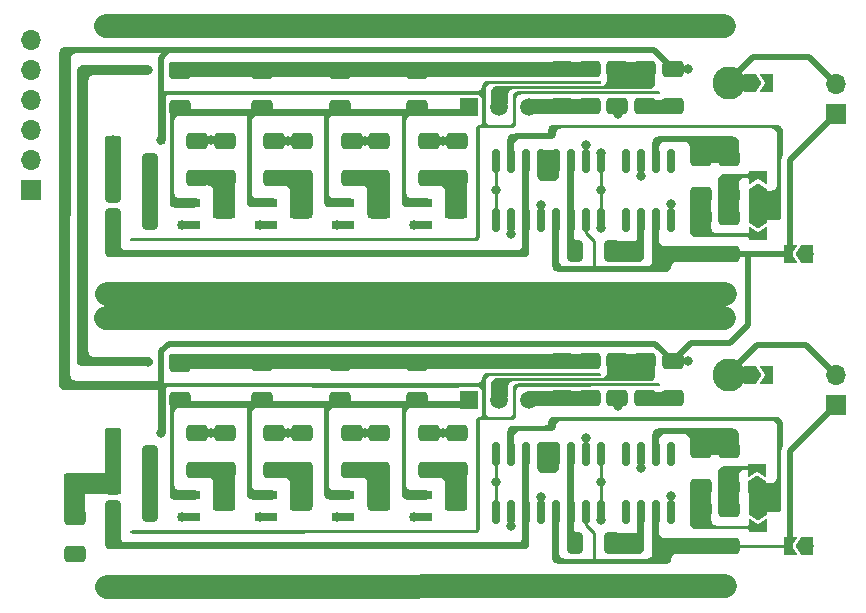
<source format=gbr>
%TF.GenerationSoftware,KiCad,Pcbnew,6.0.7-f9a2dced07~116~ubuntu20.04.1*%
%TF.CreationDate,2022-08-31T15:18:07+02:00*%
%TF.ProjectId,NVM-Amp,4e564d2d-416d-4702-9e6b-696361645f70,rev?*%
%TF.SameCoordinates,Original*%
%TF.FileFunction,Copper,L1,Top*%
%TF.FilePolarity,Positive*%
%FSLAX46Y46*%
G04 Gerber Fmt 4.6, Leading zero omitted, Abs format (unit mm)*
G04 Created by KiCad (PCBNEW 6.0.7-f9a2dced07~116~ubuntu20.04.1) date 2022-08-31 15:18:07*
%MOMM*%
%LPD*%
G01*
G04 APERTURE LIST*
G04 Aperture macros list*
%AMRoundRect*
0 Rectangle with rounded corners*
0 $1 Rounding radius*
0 $2 $3 $4 $5 $6 $7 $8 $9 X,Y pos of 4 corners*
0 Add a 4 corners polygon primitive as box body*
4,1,4,$2,$3,$4,$5,$6,$7,$8,$9,$2,$3,0*
0 Add four circle primitives for the rounded corners*
1,1,$1+$1,$2,$3*
1,1,$1+$1,$4,$5*
1,1,$1+$1,$6,$7*
1,1,$1+$1,$8,$9*
0 Add four rect primitives between the rounded corners*
20,1,$1+$1,$2,$3,$4,$5,0*
20,1,$1+$1,$4,$5,$6,$7,0*
20,1,$1+$1,$6,$7,$8,$9,0*
20,1,$1+$1,$8,$9,$2,$3,0*%
%AMFreePoly0*
4,1,6,1.000000,0.000000,0.500000,-0.750000,-0.500000,-0.750000,-0.500000,0.750000,0.500000,0.750000,1.000000,0.000000,1.000000,0.000000,$1*%
%AMFreePoly1*
4,1,6,0.500000,-0.750000,-0.650000,-0.750000,-0.150000,0.000000,-0.650000,0.750000,0.500000,0.750000,0.500000,-0.750000,0.500000,-0.750000,$1*%
G04 Aperture macros list end*
%TA.AperFunction,SMDPad,CuDef*%
%ADD10RoundRect,0.250000X-0.650000X0.412500X-0.650000X-0.412500X0.650000X-0.412500X0.650000X0.412500X0*%
%TD*%
%TA.AperFunction,SMDPad,CuDef*%
%ADD11FreePoly0,90.000000*%
%TD*%
%TA.AperFunction,SMDPad,CuDef*%
%ADD12FreePoly1,90.000000*%
%TD*%
%TA.AperFunction,SMDPad,CuDef*%
%ADD13FreePoly0,0.000000*%
%TD*%
%TA.AperFunction,SMDPad,CuDef*%
%ADD14FreePoly1,0.000000*%
%TD*%
%TA.AperFunction,SMDPad,CuDef*%
%ADD15RoundRect,0.250000X0.650000X-0.412500X0.650000X0.412500X-0.650000X0.412500X-0.650000X-0.412500X0*%
%TD*%
%TA.AperFunction,ComponentPad*%
%ADD16R,1.700000X1.700000*%
%TD*%
%TA.AperFunction,ComponentPad*%
%ADD17O,1.700000X1.700000*%
%TD*%
%TA.AperFunction,SMDPad,CuDef*%
%ADD18R,1.900000X0.800000*%
%TD*%
%TA.AperFunction,SMDPad,CuDef*%
%ADD19RoundRect,0.250000X0.412500X0.650000X-0.412500X0.650000X-0.412500X-0.650000X0.412500X-0.650000X0*%
%TD*%
%TA.AperFunction,SMDPad,CuDef*%
%ADD20RoundRect,0.150000X0.150000X-0.825000X0.150000X0.825000X-0.150000X0.825000X-0.150000X-0.825000X0*%
%TD*%
%TA.AperFunction,ComponentPad*%
%ADD21C,2.800000*%
%TD*%
%TA.AperFunction,SMDPad,CuDef*%
%ADD22FreePoly0,270.000000*%
%TD*%
%TA.AperFunction,SMDPad,CuDef*%
%ADD23FreePoly1,270.000000*%
%TD*%
%TA.AperFunction,SMDPad,CuDef*%
%ADD24FreePoly0,180.000000*%
%TD*%
%TA.AperFunction,SMDPad,CuDef*%
%ADD25FreePoly1,180.000000*%
%TD*%
%TA.AperFunction,ComponentPad*%
%ADD26R,1.500000X1.500000*%
%TD*%
%TA.AperFunction,ComponentPad*%
%ADD27C,1.500000*%
%TD*%
%TA.AperFunction,SMDPad,CuDef*%
%ADD28RoundRect,0.250000X-0.412500X-0.650000X0.412500X-0.650000X0.412500X0.650000X-0.412500X0.650000X0*%
%TD*%
%TA.AperFunction,ViaPad*%
%ADD29C,0.800000*%
%TD*%
%TA.AperFunction,Conductor*%
%ADD30C,0.250000*%
%TD*%
%TA.AperFunction,Conductor*%
%ADD31C,0.500000*%
%TD*%
%TA.AperFunction,Conductor*%
%ADD32C,2.000000*%
%TD*%
G04 APERTURE END LIST*
D10*
%TO.P,R35,1*%
%TO.N,Net-(JP4-Pad2)*%
X184900000Y-121085000D03*
%TO.P,R35,2*%
%TO.N,GNDA*%
X184900000Y-124210000D03*
%TD*%
%TO.P,C14,1*%
%TO.N,+5V*%
X173125000Y-108585000D03*
%TO.P,C14,2*%
%TO.N,Net-(C14-Pad2)*%
X173125000Y-111710000D03*
%TD*%
%TO.P,R22,1*%
%TO.N,+5V*%
X175475000Y-108585000D03*
%TO.P,R22,2*%
%TO.N,Net-(C14-Pad2)*%
X175475000Y-111710000D03*
%TD*%
D11*
%TO.P,JP6,1,A*%
%TO.N,Net-(JP4-Pad1)*%
X189695000Y-119185000D03*
D12*
%TO.P,JP6,2,B*%
%TO.N,Net-(JP6-Pad2)*%
X189695000Y-117735000D03*
%TD*%
D10*
%TO.P,R4,1*%
%TO.N,+5V*%
X147775000Y-84012500D03*
%TO.P,R4,2*%
%TO.N,Net-(Q1-Pad1)*%
X147775000Y-87137500D03*
%TD*%
%TO.P,R6,1*%
%TO.N,+5V*%
X154325000Y-84012500D03*
%TO.P,R6,2*%
%TO.N,Net-(Q1-Pad1)*%
X154325000Y-87137500D03*
%TD*%
D13*
%TO.P,JP5,1,A*%
%TO.N,Net-(JP5-Pad1)*%
X189050000Y-84975000D03*
D14*
%TO.P,JP5,2,B*%
%TO.N,Net-(JP5-Pad2)*%
X190500000Y-84975000D03*
%TD*%
D15*
%TO.P,R17,1*%
%TO.N,Net-(C11-Pad1)*%
X164225000Y-93025000D03*
%TO.P,R17,2*%
%TO.N,GNDA*%
X164225000Y-89900000D03*
%TD*%
D16*
%TO.P,J2,1,Pin_1*%
%TO.N,GNDA*%
X196342000Y-87630000D03*
D17*
%TO.P,J2,2,Pin_2*%
%TO.N,Net-(R28-Pad1)*%
X196342000Y-85090000D03*
%TD*%
D15*
%TO.P,R13,1*%
%TO.N,Net-(C9-Pad1)*%
X157675000Y-93037500D03*
%TO.P,R13,2*%
%TO.N,GNDA*%
X157675000Y-89912500D03*
%TD*%
%TO.P,R1,1*%
%TO.N,Net-(R1-Pad1)*%
X131910000Y-124872500D03*
%TO.P,R1,2*%
%TO.N,GNDA*%
X131910000Y-121747500D03*
%TD*%
D10*
%TO.P,R28,1*%
%TO.N,Net-(R28-Pad1)*%
X187250000Y-91337500D03*
%TO.P,R28,2*%
%TO.N,Net-(JP2-Pad2)*%
X187250000Y-94462500D03*
%TD*%
%TO.P,R29,1*%
%TO.N,Net-(JP2-Pad2)*%
X187250000Y-96350000D03*
%TO.P,R29,2*%
%TO.N,GNDA*%
X187250000Y-99475000D03*
%TD*%
D18*
%TO.P,Q8,1,D*%
%TO.N,Net-(Q10-Pad1)*%
X161175000Y-119890000D03*
%TO.P,Q8,2,G*%
%TO.N,Net-(C2-Pad2)*%
X161175000Y-121790000D03*
%TO.P,Q8,3,S*%
%TO.N,Net-(C12-Pad1)*%
X164175000Y-120840000D03*
%TD*%
D19*
%TO.P,C4,1*%
%TO.N,Net-(C2-Pad2)*%
X138267500Y-116570000D03*
%TO.P,C4,2*%
%TO.N,GNDA*%
X135142500Y-116570000D03*
%TD*%
D15*
%TO.P,R9,1*%
%TO.N,Net-(C7-Pad1)*%
X151125000Y-93037500D03*
%TO.P,R9,2*%
%TO.N,GNDA*%
X151125000Y-89912500D03*
%TD*%
D10*
%TO.P,R30,1*%
%TO.N,Net-(R30-Pad1)*%
X187245000Y-116077500D03*
%TO.P,R30,2*%
%TO.N,Net-(JP6-Pad2)*%
X187245000Y-119202500D03*
%TD*%
%TO.P,R18,1*%
%TO.N,+5V*%
X160875000Y-108747500D03*
%TO.P,R18,2*%
%TO.N,Net-(Q10-Pad1)*%
X160875000Y-111872500D03*
%TD*%
%TO.P,R23,1*%
%TO.N,Net-(C16-Pad1)*%
X177825000Y-108585000D03*
%TO.P,R23,2*%
%TO.N,-5V*%
X177825000Y-111710000D03*
%TD*%
D11*
%TO.P,JP2,1,A*%
%TO.N,Net-(JP1-Pad1)*%
X189700000Y-94450000D03*
D12*
%TO.P,JP2,2,B*%
%TO.N,Net-(JP2-Pad2)*%
X189700000Y-93000000D03*
%TD*%
D18*
%TO.P,Q1,1,D*%
%TO.N,Net-(Q1-Pad1)*%
X141525000Y-95150000D03*
%TO.P,Q1,2,G*%
%TO.N,Net-(C1-Pad2)*%
X141525000Y-97050000D03*
%TO.P,Q1,3,S*%
%TO.N,Net-(C5-Pad1)*%
X144525000Y-96100000D03*
%TD*%
D10*
%TO.P,R11,1*%
%TO.N,+5V*%
X147765000Y-108747500D03*
%TO.P,R11,2*%
%TO.N,Net-(Q10-Pad1)*%
X147765000Y-111872500D03*
%TD*%
D13*
%TO.P,JP7,1,A*%
%TO.N,Net-(JP7-Pad1)*%
X189050000Y-109710000D03*
D14*
%TO.P,JP7,2,B*%
%TO.N,Net-(JP7-Pad2)*%
X190500000Y-109710000D03*
%TD*%
D20*
%TO.P,U3,1,NC*%
%TO.N,unconnected-(U3-Pad1)*%
X178545000Y-96600000D03*
%TO.P,U3,2,-*%
%TO.N,Net-(R26-Pad1)*%
X179815000Y-96600000D03*
%TO.P,U3,3,+*%
%TO.N,GNDA*%
X181085000Y-96600000D03*
%TO.P,U3,4,V-*%
%TO.N,-5V*%
X182355000Y-96600000D03*
%TO.P,U3,5,NC*%
%TO.N,unconnected-(U3-Pad5)*%
X182355000Y-91650000D03*
%TO.P,U3,6*%
%TO.N,Net-(R28-Pad1)*%
X181085000Y-91650000D03*
%TO.P,U3,7,V+*%
%TO.N,+5V*%
X179815000Y-91650000D03*
%TO.P,U3,8,NC*%
%TO.N,unconnected-(U3-Pad8)*%
X178545000Y-91650000D03*
%TD*%
D10*
%TO.P,R3,1*%
%TO.N,+5V*%
X140800000Y-84025000D03*
%TO.P,R3,2*%
%TO.N,Net-(Q1-Pad1)*%
X140800000Y-87150000D03*
%TD*%
D21*
%TO.P,TP1,1,1*%
%TO.N,Net-(R28-Pad1)*%
X187275000Y-84975000D03*
%TD*%
D22*
%TO.P,JP4,1,A*%
%TO.N,Net-(JP4-Pad1)*%
X189700000Y-121085000D03*
D23*
%TO.P,JP4,2,B*%
%TO.N,Net-(JP4-Pad2)*%
X189700000Y-122535000D03*
%TD*%
D18*
%TO.P,Q6,1,D*%
%TO.N,Net-(Q10-Pad1)*%
X154625000Y-119890000D03*
%TO.P,Q6,2,G*%
%TO.N,Net-(C2-Pad2)*%
X154625000Y-121790000D03*
%TO.P,Q6,3,S*%
%TO.N,Net-(C10-Pad1)*%
X157625000Y-120840000D03*
%TD*%
D10*
%TO.P,R16,1*%
%TO.N,+5V*%
X160875000Y-84012500D03*
%TO.P,R16,2*%
%TO.N,Net-(Q1-Pad1)*%
X160875000Y-87137500D03*
%TD*%
D15*
%TO.P,R10,1*%
%TO.N,Net-(C6-Pad1)*%
X144575000Y-117755000D03*
%TO.P,R10,2*%
%TO.N,GNDA*%
X144575000Y-114630000D03*
%TD*%
%TO.P,C12,1*%
%TO.N,Net-(C12-Pad1)*%
X161875000Y-117772500D03*
%TO.P,C12,2*%
%TO.N,GNDA*%
X161875000Y-114647500D03*
%TD*%
D10*
%TO.P,C15,1*%
%TO.N,Net-(C15-Pad1)*%
X180175000Y-83850000D03*
%TO.P,C15,2*%
%TO.N,Net-(C15-Pad2)*%
X180175000Y-86975000D03*
%TD*%
D20*
%TO.P,U1,1*%
%TO.N,OSC*%
X167535000Y-96600000D03*
%TO.P,U1,2*%
%TO.N,Net-(U1-Pad2)*%
X168805000Y-96600000D03*
%TO.P,U1,3*%
%TO.N,Net-(C1-Pad1)*%
X170075000Y-96600000D03*
%TO.P,U1,4,V-*%
%TO.N,-5V*%
X171345000Y-96600000D03*
%TO.P,U1,5,GND*%
%TO.N,GNDA*%
X172615000Y-96600000D03*
%TO.P,U1,6*%
%TO.N,Net-(R26-Pad2)*%
X173885000Y-96600000D03*
%TO.P,U1,7*%
%TO.N,GNDA*%
X175155000Y-96600000D03*
%TO.P,U1,8*%
%TO.N,OSC*%
X176425000Y-96600000D03*
%TO.P,U1,9*%
X176425000Y-91650000D03*
%TO.P,U1,10*%
%TO.N,Net-(C15-Pad2)*%
X175155000Y-91650000D03*
%TO.P,U1,11*%
%TO.N,Net-(R26-Pad2)*%
X173885000Y-91650000D03*
%TO.P,U1,12,VL*%
%TO.N,+5V*%
X172615000Y-91650000D03*
%TO.P,U1,13,V+*%
X171345000Y-91650000D03*
%TO.P,U1,14*%
%TO.N,Net-(C1-Pad1)*%
X170075000Y-91650000D03*
%TO.P,U1,15*%
%TO.N,Net-(JP1-Pad1)*%
X168805000Y-91650000D03*
%TO.P,U1,16*%
%TO.N,OSC*%
X167535000Y-91650000D03*
%TD*%
D15*
%TO.P,C9,1*%
%TO.N,Net-(C9-Pad1)*%
X155325000Y-93037500D03*
%TO.P,C9,2*%
%TO.N,GNDA*%
X155325000Y-89912500D03*
%TD*%
D20*
%TO.P,U2,1*%
%TO.N,OSC*%
X167535000Y-121335000D03*
%TO.P,U2,2*%
%TO.N,Net-(R1-Pad1)*%
X168805000Y-121335000D03*
%TO.P,U2,3*%
%TO.N,Net-(C2-Pad1)*%
X170075000Y-121335000D03*
%TO.P,U2,4,V-*%
%TO.N,-5V*%
X171345000Y-121335000D03*
%TO.P,U2,5,GND*%
%TO.N,GNDA*%
X172615000Y-121335000D03*
%TO.P,U2,6*%
%TO.N,Net-(R27-Pad2)*%
X173885000Y-121335000D03*
%TO.P,U2,7*%
%TO.N,GNDA*%
X175155000Y-121335000D03*
%TO.P,U2,8*%
%TO.N,OSC*%
X176425000Y-121335000D03*
%TO.P,U2,9*%
X176425000Y-116385000D03*
%TO.P,U2,10*%
%TO.N,Net-(C16-Pad2)*%
X175155000Y-116385000D03*
%TO.P,U2,11*%
%TO.N,Net-(R27-Pad2)*%
X173885000Y-116385000D03*
%TO.P,U2,12,VL*%
%TO.N,+5V*%
X172615000Y-116385000D03*
%TO.P,U2,13,V+*%
X171345000Y-116385000D03*
%TO.P,U2,14*%
%TO.N,Net-(C2-Pad1)*%
X170075000Y-116385000D03*
%TO.P,U2,15*%
%TO.N,Net-(JP4-Pad1)*%
X168805000Y-116385000D03*
%TO.P,U2,16*%
%TO.N,OSC*%
X167535000Y-116385000D03*
%TD*%
D24*
%TO.P,JP3,1,A*%
%TO.N,GND*%
X193925000Y-124210000D03*
D25*
%TO.P,JP3,2,B*%
%TO.N,GNDA*%
X192475000Y-124210000D03*
%TD*%
D10*
%TO.P,C16,1*%
%TO.N,Net-(C16-Pad1)*%
X180175000Y-108585000D03*
%TO.P,C16,2*%
%TO.N,Net-(C16-Pad2)*%
X180175000Y-111710000D03*
%TD*%
D19*
%TO.P,R2,1*%
%TO.N,Net-(C1-Pad2)*%
X138262500Y-94200000D03*
%TO.P,R2,2*%
%TO.N,GNDA*%
X135137500Y-94200000D03*
%TD*%
D10*
%TO.P,R31,1*%
%TO.N,Net-(JP6-Pad2)*%
X187250000Y-121085000D03*
%TO.P,R31,2*%
%TO.N,GNDA*%
X187250000Y-124210000D03*
%TD*%
D18*
%TO.P,Q2,1,D*%
%TO.N,Net-(Q10-Pad1)*%
X141525000Y-119885000D03*
%TO.P,Q2,2,G*%
%TO.N,Net-(C2-Pad2)*%
X141525000Y-121785000D03*
%TO.P,Q2,3,S*%
%TO.N,Net-(C6-Pad1)*%
X144525000Y-120835000D03*
%TD*%
D24*
%TO.P,JP3,1,A*%
%TO.N,GND*%
X193925000Y-99475000D03*
D25*
%TO.P,JP3,2,B*%
%TO.N,GNDA*%
X192475000Y-99475000D03*
%TD*%
D18*
%TO.P,Q3,1,D*%
%TO.N,Net-(Q1-Pad1)*%
X148075000Y-95150000D03*
%TO.P,Q3,2,G*%
%TO.N,Net-(C1-Pad2)*%
X148075000Y-97050000D03*
%TO.P,Q3,3,S*%
%TO.N,Net-(C7-Pad1)*%
X151075000Y-96100000D03*
%TD*%
D16*
%TO.P,J1,1,Pin_1*%
%TO.N,Net-(R1-Pad1)*%
X128160000Y-94080000D03*
D17*
%TO.P,J1,2,Pin_2*%
%TO.N,Net-(U1-Pad2)*%
X128160000Y-91540000D03*
%TO.P,J1,3,Pin_3*%
%TO.N,GNDA*%
X128160000Y-89000000D03*
%TO.P,J1,4,Pin_4*%
X128160000Y-86460000D03*
%TO.P,J1,5,Pin_5*%
%TO.N,+5V*%
X128160000Y-83920000D03*
%TO.P,J1,6,Pin_6*%
%TO.N,-5V*%
X128160000Y-81380000D03*
%TD*%
D18*
%TO.P,Q7,1,D*%
%TO.N,Net-(Q1-Pad1)*%
X161175000Y-95150000D03*
%TO.P,Q7,2,G*%
%TO.N,Net-(C1-Pad2)*%
X161175000Y-97050000D03*
%TO.P,Q7,3,S*%
%TO.N,Net-(C11-Pad1)*%
X164175000Y-96100000D03*
%TD*%
D15*
%TO.P,R5,1*%
%TO.N,Net-(C5-Pad1)*%
X144575000Y-93025000D03*
%TO.P,R5,2*%
%TO.N,GNDA*%
X144575000Y-89900000D03*
%TD*%
%TO.P,C5,1*%
%TO.N,Net-(C5-Pad1)*%
X142225000Y-93025000D03*
%TO.P,C5,2*%
%TO.N,GNDA*%
X142225000Y-89900000D03*
%TD*%
D10*
%TO.P,R21,1*%
%TO.N,Net-(C15-Pad1)*%
X177825000Y-83850000D03*
%TO.P,R21,2*%
%TO.N,-5V*%
X177825000Y-86975000D03*
%TD*%
%TO.P,R8,1*%
%TO.N,+5V*%
X140800000Y-108760000D03*
%TO.P,R8,2*%
%TO.N,Net-(Q10-Pad1)*%
X140800000Y-111885000D03*
%TD*%
%TO.P,R34,1*%
%TO.N,Net-(R30-Pad1)*%
X184900000Y-116072500D03*
%TO.P,R34,2*%
%TO.N,Net-(JP4-Pad2)*%
X184900000Y-119197500D03*
%TD*%
D16*
%TO.P,J3,1,Pin_1*%
%TO.N,GNDA*%
X196342000Y-112273000D03*
D17*
%TO.P,J3,2,Pin_2*%
%TO.N,Net-(R30-Pad1)*%
X196342000Y-109733000D03*
%TD*%
D19*
%TO.P,C3,1*%
%TO.N,Net-(C1-Pad2)*%
X138262500Y-91850000D03*
%TO.P,C3,2*%
%TO.N,GNDA*%
X135137500Y-91850000D03*
%TD*%
D26*
%TO.P,Q9,1,B*%
%TO.N,Net-(Q1-Pad1)*%
X165300000Y-87075000D03*
D27*
%TO.P,Q9,2,C*%
%TO.N,Net-(C15-Pad1)*%
X167840000Y-87075000D03*
%TO.P,Q9,3,E*%
%TO.N,Net-(C13-Pad2)*%
X170380000Y-87075000D03*
%TD*%
D15*
%TO.P,C8,1*%
%TO.N,Net-(C8-Pad1)*%
X148775000Y-117772500D03*
%TO.P,C8,2*%
%TO.N,GNDA*%
X148775000Y-114647500D03*
%TD*%
%TO.P,R19,1*%
%TO.N,Net-(C12-Pad1)*%
X164225000Y-117772500D03*
%TO.P,R19,2*%
%TO.N,GNDA*%
X164225000Y-114647500D03*
%TD*%
%TO.P,R24,1*%
%TO.N,Net-(C15-Pad2)*%
X182525000Y-86962500D03*
%TO.P,R24,2*%
%TO.N,GNDA*%
X182525000Y-83837500D03*
%TD*%
D10*
%TO.P,R20,1*%
%TO.N,+5V*%
X175475000Y-83850000D03*
%TO.P,R20,2*%
%TO.N,Net-(C13-Pad2)*%
X175475000Y-86975000D03*
%TD*%
%TO.P,R14,1*%
%TO.N,+5V*%
X154325000Y-108747500D03*
%TO.P,R14,2*%
%TO.N,Net-(Q10-Pad1)*%
X154325000Y-111872500D03*
%TD*%
D15*
%TO.P,R15,1*%
%TO.N,Net-(C10-Pad1)*%
X157675000Y-117772500D03*
%TO.P,R15,2*%
%TO.N,GNDA*%
X157675000Y-114647500D03*
%TD*%
%TO.P,C11,1*%
%TO.N,Net-(C11-Pad1)*%
X161875000Y-93037500D03*
%TO.P,C11,2*%
%TO.N,GNDA*%
X161875000Y-89912500D03*
%TD*%
D10*
%TO.P,C13,1*%
%TO.N,+5V*%
X173125000Y-83850000D03*
%TO.P,C13,2*%
%TO.N,Net-(C13-Pad2)*%
X173125000Y-86975000D03*
%TD*%
%TO.P,R33,1*%
%TO.N,Net-(JP1-Pad2)*%
X184900000Y-96350000D03*
%TO.P,R33,2*%
%TO.N,GNDA*%
X184900000Y-99475000D03*
%TD*%
D28*
%TO.P,C1,1*%
%TO.N,Net-(C1-Pad1)*%
X135137500Y-96550000D03*
%TO.P,C1,2*%
%TO.N,Net-(C1-Pad2)*%
X138262500Y-96550000D03*
%TD*%
D15*
%TO.P,R12,1*%
%TO.N,Net-(C8-Pad1)*%
X151125000Y-117772500D03*
%TO.P,R12,2*%
%TO.N,GNDA*%
X151125000Y-114647500D03*
%TD*%
%TO.P,C10,1*%
%TO.N,Net-(C10-Pad1)*%
X155325000Y-117772500D03*
%TO.P,C10,2*%
%TO.N,GNDA*%
X155325000Y-114647500D03*
%TD*%
%TO.P,C7,1*%
%TO.N,Net-(C7-Pad1)*%
X148775000Y-93037500D03*
%TO.P,C7,2*%
%TO.N,GNDA*%
X148775000Y-89912500D03*
%TD*%
D19*
%TO.P,R27,1*%
%TO.N,Net-(R27-Pad1)*%
X177375000Y-123985000D03*
%TO.P,R27,2*%
%TO.N,Net-(R27-Pad2)*%
X174250000Y-123985000D03*
%TD*%
D20*
%TO.P,U6,1,NC*%
%TO.N,unconnected-(U6-Pad1)*%
X178545000Y-121335000D03*
%TO.P,U6,2,-*%
%TO.N,Net-(R27-Pad1)*%
X179815000Y-121335000D03*
%TO.P,U6,3,+*%
%TO.N,GNDA*%
X181085000Y-121335000D03*
%TO.P,U6,4,V-*%
%TO.N,-5V*%
X182355000Y-121335000D03*
%TO.P,U6,5,NC*%
%TO.N,unconnected-(U6-Pad5)*%
X182355000Y-116385000D03*
%TO.P,U6,6*%
%TO.N,Net-(R30-Pad1)*%
X181085000Y-116385000D03*
%TO.P,U6,7,V+*%
%TO.N,+5V*%
X179815000Y-116385000D03*
%TO.P,U6,8,NC*%
%TO.N,unconnected-(U6-Pad8)*%
X178545000Y-116385000D03*
%TD*%
D19*
%TO.P,R26,1*%
%TO.N,Net-(R26-Pad1)*%
X177375000Y-99250000D03*
%TO.P,R26,2*%
%TO.N,Net-(R26-Pad2)*%
X174250000Y-99250000D03*
%TD*%
D26*
%TO.P,Q10,1,B*%
%TO.N,Net-(Q10-Pad1)*%
X165300000Y-111810000D03*
D27*
%TO.P,Q10,2,C*%
%TO.N,Net-(C16-Pad1)*%
X167840000Y-111810000D03*
%TO.P,Q10,3,E*%
%TO.N,Net-(C14-Pad2)*%
X170380000Y-111810000D03*
%TD*%
D21*
%TO.P,TP2,1,1*%
%TO.N,Net-(R30-Pad1)*%
X187275000Y-109710000D03*
%TD*%
D10*
%TO.P,R32,1*%
%TO.N,Net-(R28-Pad1)*%
X184900000Y-91337500D03*
%TO.P,R32,2*%
%TO.N,Net-(JP1-Pad2)*%
X184900000Y-94462500D03*
%TD*%
D22*
%TO.P,JP1,1,A*%
%TO.N,Net-(JP1-Pad1)*%
X189700000Y-96350000D03*
D23*
%TO.P,JP1,2,B*%
%TO.N,Net-(JP1-Pad2)*%
X189700000Y-97800000D03*
%TD*%
D18*
%TO.P,Q4,1,D*%
%TO.N,Net-(Q10-Pad1)*%
X148075000Y-119885000D03*
%TO.P,Q4,2,G*%
%TO.N,Net-(C2-Pad2)*%
X148075000Y-121785000D03*
%TO.P,Q4,3,S*%
%TO.N,Net-(C8-Pad1)*%
X151075000Y-120835000D03*
%TD*%
D19*
%TO.P,R7,1*%
%TO.N,Net-(C2-Pad2)*%
X138262500Y-118935000D03*
%TO.P,R7,2*%
%TO.N,GNDA*%
X135137500Y-118935000D03*
%TD*%
D15*
%TO.P,R25,1*%
%TO.N,Net-(C16-Pad2)*%
X182515000Y-111712500D03*
%TO.P,R25,2*%
%TO.N,GNDA*%
X182515000Y-108587500D03*
%TD*%
D18*
%TO.P,Q5,1,D*%
%TO.N,Net-(Q1-Pad1)*%
X154625000Y-95150000D03*
%TO.P,Q5,2,G*%
%TO.N,Net-(C1-Pad2)*%
X154625000Y-97050000D03*
%TO.P,Q5,3,S*%
%TO.N,Net-(C9-Pad1)*%
X157625000Y-96100000D03*
%TD*%
D28*
%TO.P,C2,1*%
%TO.N,Net-(C2-Pad1)*%
X135137500Y-121285000D03*
%TO.P,C2,2*%
%TO.N,Net-(C2-Pad2)*%
X138262500Y-121285000D03*
%TD*%
D15*
%TO.P,C6,1*%
%TO.N,Net-(C6-Pad1)*%
X142225000Y-117760000D03*
%TO.P,C6,2*%
%TO.N,GNDA*%
X142225000Y-114635000D03*
%TD*%
D29*
%TO.N,Net-(C1-Pad2)*%
X138500000Y-97050000D03*
X147550000Y-97050000D03*
X154075000Y-97050000D03*
X160625000Y-97050000D03*
X140975000Y-97050000D03*
%TO.N,GNDA*%
X139175000Y-89875000D03*
X143400000Y-114610000D03*
X149950000Y-89900000D03*
X163050000Y-89900000D03*
X135150000Y-114610000D03*
X135150000Y-89875000D03*
X139175000Y-114610000D03*
X186075000Y-99475000D03*
X183775000Y-83825000D03*
X149950000Y-114635000D03*
X156500000Y-114635000D03*
X183775000Y-108560000D03*
X143400000Y-89875000D03*
X186075000Y-124210000D03*
X156500000Y-89900000D03*
X163050000Y-114635000D03*
%TO.N,+5V*%
X171975000Y-108610000D03*
X138130909Y-83898307D03*
X140740000Y-108610000D03*
X138120000Y-108610000D03*
X140770000Y-83920000D03*
X171975000Y-83875000D03*
X179825000Y-117635000D03*
X171975000Y-92900000D03*
X179825000Y-92900000D03*
X171975000Y-117635000D03*
%TO.N,Net-(C15-Pad2)*%
X180175000Y-86700000D03*
X175150000Y-90300000D03*
%TO.N,-5V*%
X177875000Y-87600000D03*
X182350000Y-120010000D03*
X171350000Y-95300000D03*
X171350000Y-120035000D03*
X177875000Y-112335000D03*
X182350000Y-95275000D03*
%TO.N,OSC*%
X176440000Y-121990000D03*
X176425000Y-118810000D03*
X176425000Y-94075000D03*
X167535000Y-118825000D03*
X176420000Y-90940000D03*
X176430000Y-97270000D03*
X167535000Y-94090000D03*
%TO.N,GND*%
X186890000Y-127645000D03*
X134700000Y-104935000D03*
X186800000Y-104945000D03*
X134700000Y-80200000D03*
X186890000Y-102910000D03*
X134890000Y-102910000D03*
X134890000Y-127645000D03*
X186800000Y-80210000D03*
X194025000Y-124235000D03*
X194025000Y-99500000D03*
%TO.N,Net-(C2-Pad2)*%
X140975000Y-121785000D03*
X154075000Y-121785000D03*
X147550000Y-121785000D03*
X160625000Y-121785000D03*
X138500000Y-121785000D03*
%TO.N,Net-(C16-Pad2)*%
X175150000Y-115035000D03*
X180175000Y-111435000D03*
%TO.N,Net-(R1-Pad1)*%
X168800000Y-122510000D03*
X131940000Y-124950000D03*
%TO.N,Net-(U1-Pad2)*%
X168800000Y-97775000D03*
%TO.N,Net-(R28-Pad1)*%
X187250000Y-89925000D03*
%TO.N,Net-(R30-Pad1)*%
X187250000Y-114660000D03*
%TD*%
D30*
%TO.N,Net-(Q1-Pad1)*%
X147775000Y-87137500D02*
X147775000Y-87350000D01*
X147775000Y-87350000D02*
X147875000Y-87450000D01*
X141100000Y-87450000D02*
X140800000Y-87150000D01*
%TO.N,GNDA*%
X164212500Y-89912500D02*
X164225000Y-89900000D01*
X182525000Y-83837500D02*
X183762500Y-83837500D01*
D31*
X139175000Y-89875000D02*
X139175000Y-82855000D01*
D30*
X148775000Y-89912500D02*
X151125000Y-89912500D01*
X184900000Y-99475000D02*
X186075000Y-99475000D01*
X175825000Y-123135000D02*
X175825000Y-125410000D01*
D31*
X188885000Y-105495000D02*
X188885000Y-99475000D01*
D30*
X144575000Y-114635000D02*
X142225000Y-114635000D01*
D31*
X180897500Y-82210000D02*
X182525000Y-83837500D01*
X196342000Y-112273000D02*
X192475000Y-116140000D01*
D30*
X175155000Y-122465000D02*
X175825000Y-123135000D01*
X164212500Y-114647500D02*
X164225000Y-114635000D01*
D31*
X181022500Y-107070000D02*
X182525000Y-108572500D01*
X187370000Y-107010000D02*
X188885000Y-105495000D01*
D30*
X175155000Y-96600000D02*
X175155000Y-97730000D01*
X148775000Y-114647500D02*
X151125000Y-114647500D01*
X183762500Y-83837500D02*
X183775000Y-83825000D01*
X161875000Y-89912500D02*
X164212500Y-89912500D01*
D31*
X192475000Y-99475000D02*
X188885000Y-99475000D01*
D30*
X184900000Y-124210000D02*
X186075000Y-124210000D01*
D31*
X184092500Y-107010000D02*
X187370000Y-107010000D01*
D30*
X175155000Y-97730000D02*
X175825000Y-98400000D01*
D31*
X192475000Y-91497000D02*
X192475000Y-99475000D01*
D30*
X182525000Y-108572500D02*
X183762500Y-108572500D01*
D31*
X139175000Y-107730000D02*
X139835000Y-107070000D01*
D30*
X175155000Y-121335000D02*
X175155000Y-122465000D01*
X186075000Y-99475000D02*
X187250000Y-99475000D01*
D31*
X139835000Y-107070000D02*
X181022500Y-107070000D01*
X188885000Y-99475000D02*
X187250000Y-99475000D01*
D30*
X192475000Y-124210000D02*
X187250000Y-124210000D01*
X155325000Y-89912500D02*
X157675000Y-89912500D01*
D31*
X139175000Y-82855000D02*
X139820000Y-82210000D01*
X192475000Y-116140000D02*
X192475000Y-124210000D01*
X139175000Y-114610000D02*
X139175000Y-107730000D01*
D30*
X186075000Y-124210000D02*
X187250000Y-124210000D01*
D31*
X139820000Y-82210000D02*
X180897500Y-82210000D01*
D30*
X175825000Y-98400000D02*
X175825000Y-100675000D01*
X161875000Y-114647500D02*
X164212500Y-114647500D01*
D31*
X196342000Y-87630000D02*
X192475000Y-91497000D01*
X182515000Y-108587500D02*
X184092500Y-107010000D01*
D30*
X183762500Y-108572500D02*
X183775000Y-108560000D01*
X144575000Y-89900000D02*
X142225000Y-89900000D01*
X155325000Y-114647500D02*
X157675000Y-114647500D01*
%TO.N,Net-(C15-Pad2)*%
X175155000Y-90305000D02*
X175150000Y-90300000D01*
X175155000Y-91650000D02*
X175155000Y-90305000D01*
%TO.N,OSC*%
X167535000Y-118825000D02*
X167535000Y-116385000D01*
X176410000Y-94090000D02*
X176425000Y-94075000D01*
X176425000Y-94075000D02*
X176425000Y-91650000D01*
X167535000Y-121335000D02*
X167535000Y-118825000D01*
X167535000Y-94090000D02*
X167535000Y-91650000D01*
X176425000Y-121335000D02*
X176425000Y-118810000D01*
X176425000Y-96600000D02*
X176425000Y-94075000D01*
X176410000Y-118825000D02*
X176425000Y-118810000D01*
X176425000Y-118810000D02*
X176425000Y-116385000D01*
X167535000Y-96600000D02*
X167535000Y-94090000D01*
D32*
%TO.N,GND*%
X186950000Y-102890000D02*
X134890000Y-102910000D01*
X134800000Y-104945000D02*
X134530000Y-104945000D01*
X134800000Y-80210000D02*
X134530000Y-80210000D01*
X186950000Y-127625000D02*
X134890000Y-127645000D01*
X186860000Y-80190000D02*
X134800000Y-80210000D01*
X134890000Y-127645000D02*
X134620000Y-127645000D01*
X186860000Y-104925000D02*
X134800000Y-104945000D01*
X134890000Y-102910000D02*
X134620000Y-102910000D01*
D30*
%TO.N,Net-(C16-Pad2)*%
X175155000Y-116385000D02*
X175155000Y-115040000D01*
X175155000Y-115040000D02*
X175150000Y-115035000D01*
%TO.N,Net-(Q10-Pad1)*%
X147775000Y-112085000D02*
X147875000Y-112185000D01*
X141100000Y-112185000D02*
X140800000Y-111885000D01*
X147775000Y-111872500D02*
X147775000Y-112085000D01*
D31*
%TO.N,Net-(R28-Pad1)*%
X194056000Y-82804000D02*
X196342000Y-85090000D01*
X187275000Y-84863604D02*
X189334604Y-82804000D01*
X187275000Y-84975000D02*
X187275000Y-84863604D01*
X189334604Y-82804000D02*
X194056000Y-82804000D01*
%TO.N,Net-(R30-Pad1)*%
X193797000Y-107188000D02*
X196342000Y-109733000D01*
X189685604Y-107188000D02*
X193797000Y-107188000D01*
X187275000Y-109710000D02*
X187275000Y-109598604D01*
X187275000Y-109598604D02*
X189685604Y-107188000D01*
%TD*%
%TA.AperFunction,Conductor*%
%TO.N,Net-(C15-Pad2)*%
G36*
X182917121Y-86320002D02*
G01*
X182963614Y-86373658D01*
X182975000Y-86426000D01*
X182975000Y-87499000D01*
X182954998Y-87567121D01*
X182901342Y-87613614D01*
X182849000Y-87625000D01*
X179651000Y-87625000D01*
X179582879Y-87604998D01*
X179536386Y-87551342D01*
X179525000Y-87499000D01*
X179525000Y-86589003D01*
X179545002Y-86520882D01*
X179598658Y-86474389D01*
X179650788Y-86463003D01*
X181349110Y-86460139D01*
X181351162Y-86460001D01*
X181351166Y-86460001D01*
X181412980Y-86455848D01*
X181412986Y-86455847D01*
X181415031Y-86455710D01*
X181418092Y-86455302D01*
X181445560Y-86451642D01*
X181445570Y-86451640D01*
X181447606Y-86451369D01*
X181449622Y-86450965D01*
X181449627Y-86450964D01*
X181469471Y-86446985D01*
X181512374Y-86438384D01*
X181517450Y-86437016D01*
X181596236Y-86408597D01*
X181598608Y-86407512D01*
X181598617Y-86407508D01*
X181619787Y-86397821D01*
X181634071Y-86391285D01*
X181707077Y-86350251D01*
X181726313Y-86332764D01*
X181790175Y-86301744D01*
X181811067Y-86300000D01*
X182849000Y-86300000D01*
X182917121Y-86320002D01*
G37*
%TD.AperFunction*%
%TD*%
%TA.AperFunction,Conductor*%
%TO.N,GNDA*%
G36*
X176355373Y-84835488D02*
G01*
X176356043Y-84835667D01*
X176372757Y-84840137D01*
X176429298Y-84872764D01*
X176429880Y-84873346D01*
X176462472Y-84929756D01*
X176462685Y-84930549D01*
X176462751Y-84995671D01*
X176462540Y-84996463D01*
X176429882Y-85053121D01*
X176429303Y-85053700D01*
X176372880Y-85086295D01*
X176355501Y-85090961D01*
X176322891Y-85095271D01*
X172079480Y-85097346D01*
X167143865Y-85099760D01*
X167124868Y-85099769D01*
X167119983Y-85100545D01*
X167119982Y-85100545D01*
X167098624Y-85103938D01*
X167001312Y-85119395D01*
X166889860Y-85176230D01*
X166801417Y-85264714D01*
X166744634Y-85376193D01*
X166743084Y-85385981D01*
X166743083Y-85385984D01*
X166728766Y-85476395D01*
X166725066Y-85499761D01*
X166725009Y-88146318D01*
X166744584Y-88269927D01*
X166801399Y-88381437D01*
X166889892Y-88469932D01*
X167001400Y-88526749D01*
X167125009Y-88546327D01*
X168600000Y-88546327D01*
X168723607Y-88526750D01*
X168835114Y-88469934D01*
X168923607Y-88381441D01*
X168967464Y-88295367D01*
X168975922Y-88278768D01*
X168975922Y-88278767D01*
X168980423Y-88269934D01*
X169000000Y-88146327D01*
X169000000Y-86109917D01*
X169001551Y-86090207D01*
X169005378Y-86066047D01*
X169016455Y-85996105D01*
X169028637Y-85958612D01*
X169067334Y-85882665D01*
X169090506Y-85850773D01*
X169150773Y-85790506D01*
X169182665Y-85767334D01*
X169258612Y-85728637D01*
X169296105Y-85716455D01*
X169390207Y-85701551D01*
X169409917Y-85700000D01*
X181348374Y-85700000D01*
X181380986Y-85704294D01*
X181385734Y-85705567D01*
X181446356Y-85742518D01*
X181477377Y-85806379D01*
X181468947Y-85876873D01*
X181423744Y-85931619D01*
X181385909Y-85948931D01*
X181380833Y-85950299D01*
X181348258Y-85954640D01*
X169752844Y-85974194D01*
X169673839Y-85974327D01*
X169550472Y-85994046D01*
X169439204Y-86050864D01*
X169350892Y-86139236D01*
X169294151Y-86250543D01*
X169292595Y-86260322D01*
X169275293Y-86369041D01*
X169274516Y-86373926D01*
X169272508Y-88377589D01*
X169272471Y-88414040D01*
X169270900Y-88433748D01*
X169256076Y-88526750D01*
X169255904Y-88527827D01*
X169243685Y-88565307D01*
X169204915Y-88641212D01*
X169181715Y-88673078D01*
X169121391Y-88733287D01*
X169089477Y-88756428D01*
X169013499Y-88795050D01*
X168975998Y-88807196D01*
X168903726Y-88818574D01*
X168881887Y-88822012D01*
X168862180Y-88823545D01*
X166450533Y-88821327D01*
X166313027Y-88821327D01*
X166305052Y-88823464D01*
X166305050Y-88823464D01*
X166260384Y-88835431D01*
X166260382Y-88835432D01*
X166244363Y-88839724D01*
X166194096Y-88889987D01*
X166175693Y-88958649D01*
X166175692Y-88966907D01*
X166175692Y-88966910D01*
X166175597Y-90192669D01*
X166174995Y-97984560D01*
X166174994Y-97993058D01*
X166173443Y-98012755D01*
X166169267Y-98039126D01*
X166158547Y-98106810D01*
X166146376Y-98144281D01*
X166107711Y-98220200D01*
X166084567Y-98252073D01*
X166030453Y-98306225D01*
X166024348Y-98312334D01*
X165992483Y-98335506D01*
X165916598Y-98374222D01*
X165879133Y-98386421D01*
X165785092Y-98401382D01*
X165765398Y-98402947D01*
X136755951Y-98425617D01*
X136723109Y-98421288D01*
X136696337Y-98414081D01*
X136639547Y-98381059D01*
X136632224Y-98373662D01*
X136599776Y-98316550D01*
X136597107Y-98306225D01*
X136597684Y-98241004D01*
X136600857Y-98229568D01*
X136633623Y-98173714D01*
X136642237Y-98165186D01*
X136698425Y-98132980D01*
X136726605Y-98125467D01*
X136758979Y-98121214D01*
X165625004Y-98101794D01*
X165741782Y-98101716D01*
X165741785Y-98101716D01*
X165750040Y-98101710D01*
X165760076Y-98099015D01*
X165796550Y-98089220D01*
X165796551Y-98089219D01*
X165812564Y-98084919D01*
X165858326Y-98039126D01*
X165875074Y-97976590D01*
X165875000Y-88826708D01*
X165877421Y-88802126D01*
X165890092Y-88738425D01*
X165908905Y-88693006D01*
X165937957Y-88649526D01*
X165972719Y-88614764D01*
X166016202Y-88585708D01*
X166061624Y-88566892D01*
X166137495Y-88551801D01*
X166237949Y-88531819D01*
X166323110Y-88474916D01*
X166380013Y-88389756D01*
X166399996Y-88289302D01*
X166400025Y-86460011D01*
X166380457Y-86336427D01*
X166375958Y-86327595D01*
X166375956Y-86327589D01*
X166360266Y-86296788D01*
X166352776Y-86272171D01*
X166351005Y-86272658D01*
X166348499Y-86263542D01*
X166347382Y-86254154D01*
X166301939Y-86151847D01*
X166222713Y-86072759D01*
X166212076Y-86068056D01*
X166212074Y-86068055D01*
X166152538Y-86041735D01*
X166120327Y-86027494D01*
X166094646Y-86024500D01*
X164505354Y-86024500D01*
X164501650Y-86024941D01*
X164501647Y-86024941D01*
X164494254Y-86025821D01*
X164479154Y-86027618D01*
X164470514Y-86031456D01*
X164470513Y-86031456D01*
X164431849Y-86048629D01*
X164380661Y-86059477D01*
X139849998Y-86051486D01*
X139850002Y-86051486D01*
X139712563Y-86051441D01*
X139643847Y-86069833D01*
X139593537Y-86120123D01*
X139575120Y-86188832D01*
X139574925Y-89839391D01*
X139574924Y-89854176D01*
X139573373Y-89873879D01*
X139561035Y-89951750D01*
X139560299Y-89956398D01*
X139548116Y-89993887D01*
X139524622Y-90039994D01*
X139514745Y-90059376D01*
X139491572Y-90091268D01*
X139439597Y-90143239D01*
X139407706Y-90166408D01*
X139342213Y-90199777D01*
X139304725Y-90211956D01*
X139222209Y-90225024D01*
X139202503Y-90226575D01*
X139167964Y-90226574D01*
X139124750Y-90226573D01*
X139100169Y-90224151D01*
X139038872Y-90211957D01*
X139036508Y-90211487D01*
X138991084Y-90192669D01*
X138947635Y-90163633D01*
X138912874Y-90128867D01*
X138883847Y-90085418D01*
X138865036Y-90039994D01*
X138860424Y-90016796D01*
X138852379Y-89976328D01*
X138849960Y-89951750D01*
X138849970Y-89855980D01*
X138854266Y-89823374D01*
X138859678Y-89803186D01*
X138892299Y-89746705D01*
X138894930Y-89744075D01*
X138951422Y-89711475D01*
X138987631Y-89701782D01*
X138987633Y-89701782D01*
X139024523Y-89691906D01*
X139040427Y-89687648D01*
X139040428Y-89687647D01*
X139056453Y-89683357D01*
X139106841Y-89632988D01*
X139125292Y-89564172D01*
X139125378Y-88889987D01*
X139125687Y-86460011D01*
X139125712Y-86260322D01*
X139125737Y-86066047D01*
X139127290Y-86046341D01*
X139142199Y-85952262D01*
X139154381Y-85914778D01*
X139193070Y-85838852D01*
X139216234Y-85806968D01*
X139246805Y-85776393D01*
X139276489Y-85746707D01*
X139308372Y-85723538D01*
X139384297Y-85684841D01*
X139421778Y-85672656D01*
X139515855Y-85657737D01*
X139535561Y-85656182D01*
X147733216Y-85654294D01*
X154106213Y-85652827D01*
X166000198Y-85650088D01*
X166005078Y-85649314D01*
X166005080Y-85649314D01*
X166113970Y-85632047D01*
X166113971Y-85632047D01*
X166123763Y-85630494D01*
X166178523Y-85602587D01*
X166226398Y-85578189D01*
X166226400Y-85578187D01*
X166235231Y-85573687D01*
X166323697Y-85485224D01*
X166380508Y-85373758D01*
X166400106Y-85250194D01*
X166400107Y-85245243D01*
X166400497Y-85240309D01*
X166400515Y-85240310D01*
X166401662Y-85225772D01*
X166410233Y-85171729D01*
X166416578Y-85131715D01*
X166428759Y-85094242D01*
X166449714Y-85053121D01*
X166467440Y-85018334D01*
X166490599Y-84986457D01*
X166550836Y-84926207D01*
X166582711Y-84903040D01*
X166594241Y-84897162D01*
X166640954Y-84873346D01*
X166658611Y-84864344D01*
X166696081Y-84852156D01*
X166719604Y-84848421D01*
X166790139Y-84837221D01*
X166809830Y-84835662D01*
X172552102Y-84832975D01*
X176322761Y-84831210D01*
X176355373Y-84835488D01*
G37*
%TD.AperFunction*%
%TD*%
%TA.AperFunction,Conductor*%
%TO.N,Net-(C2-Pad2)*%
G36*
X138534793Y-116211551D02*
G01*
X138628895Y-116226455D01*
X138666388Y-116238637D01*
X138742335Y-116277334D01*
X138774227Y-116300506D01*
X138834494Y-116360773D01*
X138857666Y-116392665D01*
X138896363Y-116468612D01*
X138908545Y-116506105D01*
X138923449Y-116600207D01*
X138925000Y-116619917D01*
X138925000Y-121450083D01*
X138923449Y-121469793D01*
X138908545Y-121563895D01*
X138896363Y-121601388D01*
X138857666Y-121677335D01*
X138834494Y-121709227D01*
X138774227Y-121769494D01*
X138742335Y-121792666D01*
X138666388Y-121831363D01*
X138628895Y-121843545D01*
X138534793Y-121858449D01*
X138515083Y-121860000D01*
X138009917Y-121860000D01*
X137990207Y-121858449D01*
X137896105Y-121843545D01*
X137858612Y-121831363D01*
X137782665Y-121792666D01*
X137750773Y-121769494D01*
X137690506Y-121709227D01*
X137667334Y-121677335D01*
X137628637Y-121601388D01*
X137616455Y-121563895D01*
X137601551Y-121469793D01*
X137600000Y-121450083D01*
X137600000Y-116619917D01*
X137601551Y-116600207D01*
X137616455Y-116506105D01*
X137628637Y-116468612D01*
X137667334Y-116392665D01*
X137690506Y-116360773D01*
X137750773Y-116300506D01*
X137782665Y-116277334D01*
X137858612Y-116238637D01*
X137896105Y-116226455D01*
X137990207Y-116211551D01*
X138009917Y-116210000D01*
X138515083Y-116210000D01*
X138534793Y-116211551D01*
G37*
%TD.AperFunction*%
%TD*%
%TA.AperFunction,Conductor*%
%TO.N,Net-(Q10-Pad1)*%
G36*
X149675000Y-112522500D02*
G01*
X147275000Y-112522500D01*
X147151393Y-112542077D01*
X147039886Y-112598893D01*
X146951393Y-112687386D01*
X146894577Y-112798893D01*
X146875000Y-112922500D01*
X146875000Y-119097500D01*
X146894577Y-119221107D01*
X146951393Y-119332614D01*
X147039886Y-119421107D01*
X147151393Y-119477923D01*
X147275000Y-119497500D01*
X148627581Y-119497500D01*
X148647293Y-119499051D01*
X148737537Y-119513345D01*
X148775023Y-119525525D01*
X148847490Y-119562448D01*
X148879379Y-119585618D01*
X148936882Y-119643121D01*
X148960052Y-119675010D01*
X148996975Y-119747477D01*
X149009156Y-119784965D01*
X149021878Y-119865289D01*
X149021878Y-119904711D01*
X149009156Y-119985035D01*
X148996975Y-120022523D01*
X148960052Y-120094990D01*
X148936882Y-120126879D01*
X148879379Y-120184382D01*
X148847490Y-120207552D01*
X148775023Y-120244475D01*
X148737537Y-120256655D01*
X148662171Y-120268592D01*
X148647292Y-120270949D01*
X148627581Y-120272500D01*
X146884917Y-120272500D01*
X146865207Y-120270949D01*
X146771105Y-120256045D01*
X146733612Y-120243863D01*
X146657665Y-120205166D01*
X146625773Y-120181994D01*
X146565506Y-120121727D01*
X146542334Y-120089835D01*
X146503637Y-120013888D01*
X146491455Y-119976395D01*
X146476551Y-119882293D01*
X146475000Y-119862583D01*
X146475000Y-111922500D01*
X149675000Y-111922500D01*
X149675000Y-112522500D01*
G37*
%TD.AperFunction*%
%TD*%
%TA.AperFunction,Conductor*%
%TO.N,Net-(C16-Pad2)*%
G36*
X182917121Y-111055002D02*
G01*
X182963614Y-111108658D01*
X182975000Y-111161000D01*
X182975000Y-112234000D01*
X182954998Y-112302121D01*
X182901342Y-112348614D01*
X182849000Y-112360000D01*
X179651000Y-112360000D01*
X179582879Y-112339998D01*
X179536386Y-112286342D01*
X179525000Y-112234000D01*
X179525000Y-111324003D01*
X179545002Y-111255882D01*
X179598658Y-111209389D01*
X179650788Y-111198003D01*
X181349110Y-111195139D01*
X181351162Y-111195001D01*
X181351166Y-111195001D01*
X181412980Y-111190848D01*
X181412986Y-111190847D01*
X181415031Y-111190710D01*
X181418092Y-111190302D01*
X181445560Y-111186642D01*
X181445570Y-111186640D01*
X181447606Y-111186369D01*
X181449622Y-111185965D01*
X181449627Y-111185964D01*
X181469471Y-111181985D01*
X181512374Y-111173384D01*
X181517450Y-111172016D01*
X181596236Y-111143597D01*
X181598608Y-111142512D01*
X181598617Y-111142508D01*
X181619787Y-111132821D01*
X181634071Y-111126285D01*
X181707077Y-111085251D01*
X181726313Y-111067764D01*
X181790175Y-111036744D01*
X181811067Y-111035000D01*
X182849000Y-111035000D01*
X182917121Y-111055002D01*
G37*
%TD.AperFunction*%
%TD*%
%TA.AperFunction,Conductor*%
%TO.N,Net-(C9-Pad1)*%
G36*
X158184793Y-92376551D02*
G01*
X158278895Y-92391455D01*
X158316388Y-92403637D01*
X158392335Y-92442334D01*
X158424227Y-92465506D01*
X158484494Y-92525773D01*
X158507666Y-92557665D01*
X158546363Y-92633612D01*
X158558545Y-92671105D01*
X158573449Y-92765207D01*
X158575000Y-92784917D01*
X158575000Y-96090083D01*
X158573449Y-96109793D01*
X158558545Y-96203895D01*
X158546363Y-96241388D01*
X158507666Y-96317335D01*
X158484494Y-96349227D01*
X158424227Y-96409494D01*
X158392335Y-96432666D01*
X158316388Y-96471363D01*
X158278895Y-96483545D01*
X158184793Y-96498449D01*
X158165083Y-96500000D01*
X157084917Y-96500000D01*
X157065207Y-96498449D01*
X156971105Y-96483545D01*
X156933612Y-96471363D01*
X156857665Y-96432666D01*
X156825773Y-96409494D01*
X156765506Y-96349227D01*
X156742334Y-96317335D01*
X156703637Y-96241388D01*
X156691455Y-96203895D01*
X156676551Y-96109793D01*
X156675000Y-96090083D01*
X156675000Y-94100000D01*
X156655423Y-93976393D01*
X156598607Y-93864886D01*
X156510114Y-93776393D01*
X156398607Y-93719577D01*
X156275000Y-93700000D01*
X154834917Y-93700000D01*
X154815207Y-93698449D01*
X154721105Y-93683545D01*
X154683612Y-93671363D01*
X154607665Y-93632666D01*
X154575773Y-93609494D01*
X154515506Y-93549227D01*
X154492334Y-93517335D01*
X154453637Y-93441388D01*
X154441455Y-93403895D01*
X154426551Y-93309793D01*
X154425000Y-93290083D01*
X154425000Y-92784917D01*
X154426551Y-92765207D01*
X154441455Y-92671105D01*
X154453637Y-92633612D01*
X154492334Y-92557665D01*
X154515506Y-92525773D01*
X154575773Y-92465506D01*
X154607665Y-92442334D01*
X154683612Y-92403637D01*
X154721105Y-92391455D01*
X154815207Y-92376551D01*
X154834917Y-92375000D01*
X158165083Y-92375000D01*
X158184793Y-92376551D01*
G37*
%TD.AperFunction*%
%TD*%
%TA.AperFunction,Conductor*%
%TO.N,Net-(C11-Pad1)*%
G36*
X164734793Y-92376551D02*
G01*
X164828895Y-92391455D01*
X164866388Y-92403637D01*
X164942335Y-92442334D01*
X164974227Y-92465506D01*
X165034494Y-92525773D01*
X165057666Y-92557665D01*
X165096363Y-92633612D01*
X165108545Y-92671105D01*
X165123449Y-92765207D01*
X165125000Y-92784917D01*
X165125000Y-96090083D01*
X165123449Y-96109793D01*
X165108545Y-96203895D01*
X165096363Y-96241388D01*
X165057666Y-96317335D01*
X165034494Y-96349227D01*
X164974227Y-96409494D01*
X164942335Y-96432666D01*
X164866388Y-96471363D01*
X164828895Y-96483545D01*
X164734793Y-96498449D01*
X164715083Y-96500000D01*
X163634917Y-96500000D01*
X163615207Y-96498449D01*
X163521105Y-96483545D01*
X163483612Y-96471363D01*
X163407665Y-96432666D01*
X163375773Y-96409494D01*
X163315506Y-96349227D01*
X163292334Y-96317335D01*
X163253637Y-96241388D01*
X163241455Y-96203895D01*
X163226551Y-96109793D01*
X163225000Y-96090083D01*
X163225000Y-94100000D01*
X163205423Y-93976393D01*
X163148607Y-93864886D01*
X163060114Y-93776393D01*
X162948607Y-93719577D01*
X162825000Y-93700000D01*
X161384917Y-93700000D01*
X161365207Y-93698449D01*
X161271105Y-93683545D01*
X161233612Y-93671363D01*
X161157665Y-93632666D01*
X161125773Y-93609494D01*
X161065506Y-93549227D01*
X161042334Y-93517335D01*
X161003637Y-93441388D01*
X160991455Y-93403895D01*
X160976551Y-93309793D01*
X160975000Y-93290083D01*
X160975000Y-92784917D01*
X160976551Y-92765207D01*
X160991455Y-92671105D01*
X161003637Y-92633612D01*
X161042334Y-92557665D01*
X161065506Y-92525773D01*
X161125773Y-92465506D01*
X161157665Y-92442334D01*
X161233612Y-92403637D01*
X161271105Y-92391455D01*
X161365207Y-92376551D01*
X161384917Y-92375000D01*
X164715083Y-92375000D01*
X164734793Y-92376551D01*
G37*
%TD.AperFunction*%
%TD*%
%TA.AperFunction,Conductor*%
%TO.N,+5V*%
G36*
X176192121Y-107955002D02*
G01*
X176238614Y-108008658D01*
X176250000Y-108061000D01*
X176250000Y-109109000D01*
X176229998Y-109177121D01*
X176176342Y-109223614D01*
X176124000Y-109235000D01*
X140026000Y-109235000D01*
X139957879Y-109214998D01*
X139911386Y-109161342D01*
X139900000Y-109109000D01*
X139900000Y-108061000D01*
X139920002Y-107992879D01*
X139973658Y-107946386D01*
X140026000Y-107935000D01*
X176124000Y-107935000D01*
X176192121Y-107955002D01*
G37*
%TD.AperFunction*%
%TD*%
%TA.AperFunction,Conductor*%
%TO.N,Net-(C2-Pad1)*%
G36*
X170165225Y-115852947D02*
G01*
X170210642Y-115871759D01*
X170266295Y-115908945D01*
X170301055Y-115943705D01*
X170338241Y-115999358D01*
X170357054Y-116044777D01*
X170372579Y-116122829D01*
X170375000Y-116147410D01*
X170375000Y-124075083D01*
X170373449Y-124094793D01*
X170358545Y-124188895D01*
X170346363Y-124226388D01*
X170307666Y-124302335D01*
X170284494Y-124334227D01*
X170224227Y-124394494D01*
X170192335Y-124417666D01*
X170116388Y-124456363D01*
X170078895Y-124468545D01*
X169984793Y-124483449D01*
X169965083Y-124485000D01*
X134884917Y-124485000D01*
X134865207Y-124483449D01*
X134771105Y-124468545D01*
X134733612Y-124456363D01*
X134657665Y-124417666D01*
X134625773Y-124394494D01*
X134565506Y-124334227D01*
X134542334Y-124302335D01*
X134503637Y-124226388D01*
X134491455Y-124188895D01*
X134476551Y-124094793D01*
X134475000Y-124075083D01*
X134475000Y-121227807D01*
X134476589Y-121207857D01*
X134491857Y-121112644D01*
X134504332Y-121074749D01*
X134543936Y-120998117D01*
X134567633Y-120966023D01*
X134629214Y-120905615D01*
X134661758Y-120882540D01*
X134739135Y-120844417D01*
X134777268Y-120832672D01*
X134814343Y-120827456D01*
X134872747Y-120819239D01*
X134892724Y-120818033D01*
X135372901Y-120827268D01*
X135392338Y-120829156D01*
X135456586Y-120840474D01*
X135485033Y-120845485D01*
X135521882Y-120858088D01*
X135596398Y-120897329D01*
X135627635Y-120920580D01*
X135686604Y-120980693D01*
X135709250Y-121012370D01*
X135747051Y-121087631D01*
X135758940Y-121124709D01*
X135773486Y-121217703D01*
X135775000Y-121237175D01*
X135775000Y-123510000D01*
X135794577Y-123633607D01*
X135851393Y-123745114D01*
X135939886Y-123833607D01*
X136051393Y-123890423D01*
X136175000Y-123910000D01*
X169375000Y-123910000D01*
X169498607Y-123890423D01*
X169610114Y-123833607D01*
X169698607Y-123745114D01*
X169755423Y-123633607D01*
X169775000Y-123510000D01*
X169775000Y-116147410D01*
X169777421Y-116122829D01*
X169792946Y-116044777D01*
X169811759Y-115999358D01*
X169848945Y-115943705D01*
X169883705Y-115908945D01*
X169939358Y-115871759D01*
X169984775Y-115852947D01*
X170050421Y-115839889D01*
X170099579Y-115839889D01*
X170165225Y-115852947D01*
G37*
%TD.AperFunction*%
%TD*%
%TA.AperFunction,Conductor*%
%TO.N,GNDA*%
G36*
X135742100Y-114230002D02*
G01*
X135788593Y-114283658D01*
X135799979Y-114336021D01*
X135799366Y-118059641D01*
X135799092Y-119719805D01*
X135779079Y-119787922D01*
X135725415Y-119834406D01*
X135672883Y-119845784D01*
X133018395Y-119841389D01*
X132779071Y-119840993D01*
X132779006Y-119854437D01*
X132770607Y-121589610D01*
X132750275Y-121657633D01*
X132696395Y-121703866D01*
X132644608Y-121715000D01*
X131121000Y-121715000D01*
X131052879Y-121694998D01*
X131006386Y-121641342D01*
X130995000Y-121589000D01*
X130995000Y-118185640D01*
X131015002Y-118117519D01*
X131068658Y-118071026D01*
X131120639Y-118059641D01*
X134471885Y-118050052D01*
X134471886Y-118050052D01*
X134490000Y-118050000D01*
X134475494Y-114336492D01*
X134495230Y-114268294D01*
X134548703Y-114221592D01*
X134601493Y-114210000D01*
X135673979Y-114210000D01*
X135742100Y-114230002D01*
G37*
%TD.AperFunction*%
%TD*%
%TA.AperFunction,Conductor*%
%TO.N,Net-(C6-Pad1)*%
G36*
X145084793Y-117111551D02*
G01*
X145178895Y-117126455D01*
X145216388Y-117138637D01*
X145292335Y-117177334D01*
X145324227Y-117200506D01*
X145384494Y-117260773D01*
X145407666Y-117292665D01*
X145446363Y-117368612D01*
X145458545Y-117406105D01*
X145473449Y-117500207D01*
X145475000Y-117519917D01*
X145475000Y-120825083D01*
X145473449Y-120844793D01*
X145458545Y-120938895D01*
X145446363Y-120976388D01*
X145407666Y-121052335D01*
X145384494Y-121084227D01*
X145324227Y-121144494D01*
X145292335Y-121167666D01*
X145216388Y-121206363D01*
X145178895Y-121218545D01*
X145084793Y-121233449D01*
X145065083Y-121235000D01*
X143984917Y-121235000D01*
X143965207Y-121233449D01*
X143871105Y-121218545D01*
X143833612Y-121206363D01*
X143757665Y-121167666D01*
X143725773Y-121144494D01*
X143665506Y-121084227D01*
X143642334Y-121052335D01*
X143603637Y-120976388D01*
X143591455Y-120938895D01*
X143576551Y-120844793D01*
X143575000Y-120825083D01*
X143575000Y-118810000D01*
X143555423Y-118686393D01*
X143498607Y-118574886D01*
X143410114Y-118486393D01*
X143298607Y-118429577D01*
X143175000Y-118410000D01*
X141734917Y-118410000D01*
X141715207Y-118408449D01*
X141621105Y-118393545D01*
X141583612Y-118381363D01*
X141507665Y-118342666D01*
X141475773Y-118319494D01*
X141415506Y-118259227D01*
X141392334Y-118227335D01*
X141353637Y-118151388D01*
X141341455Y-118113895D01*
X141326551Y-118019793D01*
X141325000Y-118000083D01*
X141325000Y-117519917D01*
X141326551Y-117500207D01*
X141341455Y-117406105D01*
X141353637Y-117368612D01*
X141392334Y-117292665D01*
X141415506Y-117260773D01*
X141475773Y-117200506D01*
X141507665Y-117177334D01*
X141583612Y-117138637D01*
X141621105Y-117126455D01*
X141715207Y-117111551D01*
X141734917Y-117110000D01*
X145065083Y-117110000D01*
X145084793Y-117111551D01*
G37*
%TD.AperFunction*%
%TD*%
%TA.AperFunction,Conductor*%
%TO.N,Net-(C13-Pad2)*%
G36*
X175883188Y-86326078D02*
G01*
X175987963Y-86339872D01*
X176019735Y-86348385D01*
X176109674Y-86385639D01*
X176138160Y-86402086D01*
X176215393Y-86461349D01*
X176238651Y-86484607D01*
X176297914Y-86561840D01*
X176314361Y-86590326D01*
X176351615Y-86680265D01*
X176360128Y-86712037D01*
X176373922Y-86816812D01*
X176375000Y-86833258D01*
X176375000Y-87116742D01*
X176373922Y-87133188D01*
X176360128Y-87237963D01*
X176351615Y-87269735D01*
X176314361Y-87359674D01*
X176297914Y-87388160D01*
X176238651Y-87465393D01*
X176215393Y-87488651D01*
X176138160Y-87547914D01*
X176109674Y-87564361D01*
X176019735Y-87601615D01*
X175987963Y-87610128D01*
X175883188Y-87623922D01*
X175866742Y-87625000D01*
X170383258Y-87625000D01*
X170366812Y-87623922D01*
X170262037Y-87610128D01*
X170230265Y-87601615D01*
X170140326Y-87564361D01*
X170111840Y-87547914D01*
X170034607Y-87488651D01*
X170011349Y-87465393D01*
X169952086Y-87388160D01*
X169935639Y-87359674D01*
X169898385Y-87269735D01*
X169889872Y-87237963D01*
X169876078Y-87133188D01*
X169875000Y-87116742D01*
X169875000Y-86833258D01*
X169876078Y-86816812D01*
X169889872Y-86712037D01*
X169898385Y-86680265D01*
X169935639Y-86590326D01*
X169952086Y-86561840D01*
X170011349Y-86484607D01*
X170034607Y-86461349D01*
X170111840Y-86402086D01*
X170140326Y-86385639D01*
X170230265Y-86348385D01*
X170262037Y-86339872D01*
X170366812Y-86326078D01*
X170383258Y-86325000D01*
X175866742Y-86325000D01*
X175883188Y-86326078D01*
G37*
%TD.AperFunction*%
%TD*%
%TA.AperFunction,Conductor*%
%TO.N,Net-(C8-Pad1)*%
G36*
X151634793Y-117111551D02*
G01*
X151728895Y-117126455D01*
X151766388Y-117138637D01*
X151842335Y-117177334D01*
X151874227Y-117200506D01*
X151934494Y-117260773D01*
X151957666Y-117292665D01*
X151996363Y-117368612D01*
X152008545Y-117406105D01*
X152023449Y-117500207D01*
X152025000Y-117519917D01*
X152025000Y-120825083D01*
X152023449Y-120844793D01*
X152008545Y-120938895D01*
X151996363Y-120976388D01*
X151957666Y-121052335D01*
X151934494Y-121084227D01*
X151874227Y-121144494D01*
X151842335Y-121167666D01*
X151766388Y-121206363D01*
X151728895Y-121218545D01*
X151634793Y-121233449D01*
X151615083Y-121235000D01*
X150534917Y-121235000D01*
X150515207Y-121233449D01*
X150421105Y-121218545D01*
X150383612Y-121206363D01*
X150307665Y-121167666D01*
X150275773Y-121144494D01*
X150215506Y-121084227D01*
X150192334Y-121052335D01*
X150153637Y-120976388D01*
X150141455Y-120938895D01*
X150126551Y-120844793D01*
X150125000Y-120825083D01*
X150125000Y-118835000D01*
X150105423Y-118711393D01*
X150048607Y-118599886D01*
X149960114Y-118511393D01*
X149848607Y-118454577D01*
X149725000Y-118435000D01*
X148284917Y-118435000D01*
X148265207Y-118433449D01*
X148171105Y-118418545D01*
X148133612Y-118406363D01*
X148057665Y-118367666D01*
X148025773Y-118344494D01*
X147965506Y-118284227D01*
X147942334Y-118252335D01*
X147903637Y-118176388D01*
X147891455Y-118138895D01*
X147876551Y-118044793D01*
X147875000Y-118025083D01*
X147875000Y-117519917D01*
X147876551Y-117500207D01*
X147891455Y-117406105D01*
X147903637Y-117368612D01*
X147942334Y-117292665D01*
X147965506Y-117260773D01*
X148025773Y-117200506D01*
X148057665Y-117177334D01*
X148133612Y-117138637D01*
X148171105Y-117126455D01*
X148265207Y-117111551D01*
X148284917Y-117110000D01*
X151615083Y-117110000D01*
X151634793Y-117111551D01*
G37*
%TD.AperFunction*%
%TD*%
%TA.AperFunction,Conductor*%
%TO.N,Net-(C7-Pad1)*%
G36*
X151634793Y-92376551D02*
G01*
X151728895Y-92391455D01*
X151766388Y-92403637D01*
X151842335Y-92442334D01*
X151874227Y-92465506D01*
X151934494Y-92525773D01*
X151957666Y-92557665D01*
X151996363Y-92633612D01*
X152008545Y-92671105D01*
X152023449Y-92765207D01*
X152025000Y-92784917D01*
X152025000Y-96090083D01*
X152023449Y-96109793D01*
X152008545Y-96203895D01*
X151996363Y-96241388D01*
X151957666Y-96317335D01*
X151934494Y-96349227D01*
X151874227Y-96409494D01*
X151842335Y-96432666D01*
X151766388Y-96471363D01*
X151728895Y-96483545D01*
X151634793Y-96498449D01*
X151615083Y-96500000D01*
X150534917Y-96500000D01*
X150515207Y-96498449D01*
X150421105Y-96483545D01*
X150383612Y-96471363D01*
X150307665Y-96432666D01*
X150275773Y-96409494D01*
X150215506Y-96349227D01*
X150192334Y-96317335D01*
X150153637Y-96241388D01*
X150141455Y-96203895D01*
X150126551Y-96109793D01*
X150125000Y-96090083D01*
X150125000Y-94100000D01*
X150105423Y-93976393D01*
X150048607Y-93864886D01*
X149960114Y-93776393D01*
X149848607Y-93719577D01*
X149725000Y-93700000D01*
X148284917Y-93700000D01*
X148265207Y-93698449D01*
X148171105Y-93683545D01*
X148133612Y-93671363D01*
X148057665Y-93632666D01*
X148025773Y-93609494D01*
X147965506Y-93549227D01*
X147942334Y-93517335D01*
X147903637Y-93441388D01*
X147891455Y-93403895D01*
X147876551Y-93309793D01*
X147875000Y-93290083D01*
X147875000Y-92784917D01*
X147876551Y-92765207D01*
X147891455Y-92671105D01*
X147903637Y-92633612D01*
X147942334Y-92557665D01*
X147965506Y-92525773D01*
X148025773Y-92465506D01*
X148057665Y-92442334D01*
X148133612Y-92403637D01*
X148171105Y-92391455D01*
X148265207Y-92376551D01*
X148284917Y-92375000D01*
X151615083Y-92375000D01*
X151634793Y-92376551D01*
G37*
%TD.AperFunction*%
%TD*%
%TA.AperFunction,Conductor*%
%TO.N,Net-(Q10-Pad1)*%
G36*
X165634793Y-111411551D02*
G01*
X165728895Y-111426455D01*
X165766388Y-111438637D01*
X165842335Y-111477334D01*
X165874227Y-111500506D01*
X165934494Y-111560773D01*
X165957666Y-111592665D01*
X165996363Y-111668612D01*
X166008545Y-111706105D01*
X166023449Y-111800207D01*
X166025000Y-111819917D01*
X166025000Y-112125083D01*
X166023449Y-112144793D01*
X166016860Y-112186393D01*
X166008545Y-112238895D01*
X165996363Y-112276388D01*
X165957666Y-112352335D01*
X165934494Y-112384227D01*
X165874227Y-112444494D01*
X165842335Y-112467666D01*
X165766388Y-112506363D01*
X165728895Y-112518545D01*
X165634793Y-112533449D01*
X165615083Y-112535000D01*
X140725000Y-112535000D01*
X140601393Y-112554577D01*
X140489886Y-112611393D01*
X140401393Y-112699886D01*
X140344577Y-112811393D01*
X140325000Y-112935000D01*
X140325000Y-119085000D01*
X140344577Y-119208607D01*
X140401393Y-119320114D01*
X140489886Y-119408607D01*
X140601393Y-119465423D01*
X140725000Y-119485000D01*
X142065083Y-119485000D01*
X142084793Y-119486551D01*
X142178895Y-119501455D01*
X142216388Y-119513637D01*
X142292335Y-119552334D01*
X142324227Y-119575506D01*
X142384494Y-119635773D01*
X142407666Y-119667665D01*
X142446363Y-119743612D01*
X142458545Y-119781105D01*
X142471878Y-119865290D01*
X142471878Y-119904710D01*
X142458545Y-119988895D01*
X142446363Y-120026388D01*
X142407666Y-120102335D01*
X142384494Y-120134227D01*
X142324227Y-120194494D01*
X142292335Y-120217666D01*
X142216388Y-120256363D01*
X142178895Y-120268545D01*
X142084793Y-120283449D01*
X142065083Y-120285000D01*
X140334917Y-120285000D01*
X140315207Y-120283449D01*
X140221105Y-120268545D01*
X140183612Y-120256363D01*
X140107665Y-120217666D01*
X140075773Y-120194494D01*
X140015506Y-120134227D01*
X139992334Y-120102335D01*
X139953637Y-120026388D01*
X139941455Y-119988895D01*
X139926551Y-119894793D01*
X139925000Y-119875083D01*
X139925000Y-112319917D01*
X139926551Y-112300207D01*
X139930324Y-112276388D01*
X139941455Y-112206105D01*
X139953637Y-112168612D01*
X139992334Y-112092665D01*
X140015506Y-112060773D01*
X140075773Y-112000506D01*
X140107665Y-111977334D01*
X140183612Y-111938637D01*
X140221105Y-111926455D01*
X140315207Y-111911551D01*
X140334917Y-111910000D01*
X164400000Y-111910000D01*
X164495671Y-111890970D01*
X164505989Y-111884076D01*
X164505991Y-111884075D01*
X164566461Y-111843670D01*
X164576777Y-111836777D01*
X164583670Y-111826461D01*
X164624075Y-111765991D01*
X164624076Y-111765989D01*
X164630970Y-111755671D01*
X164664141Y-111588907D01*
X164682955Y-111543488D01*
X164709300Y-111504061D01*
X164744061Y-111469300D01*
X164763671Y-111456196D01*
X164783490Y-111442954D01*
X164828909Y-111424141D01*
X164863927Y-111417175D01*
X164887830Y-111412421D01*
X164912410Y-111410000D01*
X165615083Y-111410000D01*
X165634793Y-111411551D01*
G37*
%TD.AperFunction*%
%TD*%
%TA.AperFunction,Conductor*%
%TO.N,GNDA*%
G36*
X172697941Y-120876996D02*
G01*
X172743360Y-120895810D01*
X172794953Y-120930283D01*
X172829717Y-120965047D01*
X172864190Y-121016640D01*
X172883004Y-121062058D01*
X172897579Y-121135328D01*
X172900000Y-121159911D01*
X172900000Y-124770008D01*
X172917037Y-124899418D01*
X172920197Y-124907047D01*
X172946601Y-124970791D01*
X172966987Y-125020008D01*
X173046447Y-125123561D01*
X173150000Y-125203021D01*
X173157626Y-125206180D01*
X173157628Y-125206181D01*
X173186616Y-125218188D01*
X173270590Y-125252971D01*
X173400000Y-125270008D01*
X180300000Y-125270008D01*
X180429410Y-125252971D01*
X180513384Y-125218188D01*
X180542372Y-125206181D01*
X180542374Y-125206180D01*
X180550000Y-125203021D01*
X180653553Y-125123561D01*
X180733013Y-125020008D01*
X180753400Y-124970791D01*
X180779803Y-124907047D01*
X180782963Y-124899418D01*
X180800000Y-124770008D01*
X180800000Y-121509911D01*
X180802421Y-121485328D01*
X180816996Y-121412058D01*
X180835810Y-121366640D01*
X180870283Y-121315047D01*
X180905047Y-121280283D01*
X180956640Y-121245810D01*
X181002059Y-121226996D01*
X181062918Y-121214890D01*
X181112082Y-121214890D01*
X181172941Y-121226996D01*
X181218360Y-121245810D01*
X181269953Y-121280283D01*
X181304717Y-121315047D01*
X181339190Y-121366640D01*
X181358004Y-121412058D01*
X181372579Y-121485328D01*
X181375000Y-121509911D01*
X181375000Y-123035000D01*
X181392037Y-123164410D01*
X181441987Y-123285000D01*
X181521447Y-123388553D01*
X181625000Y-123468013D01*
X181632626Y-123471172D01*
X181632628Y-123471173D01*
X181737961Y-123514803D01*
X181745590Y-123517963D01*
X181875000Y-123535000D01*
X187641742Y-123535000D01*
X187658188Y-123536078D01*
X187762963Y-123549872D01*
X187794735Y-123558385D01*
X187884674Y-123595639D01*
X187913160Y-123612086D01*
X187990393Y-123671349D01*
X188013651Y-123694607D01*
X188072914Y-123771840D01*
X188089361Y-123800326D01*
X188126615Y-123890265D01*
X188135128Y-123922037D01*
X188148922Y-124026812D01*
X188150000Y-124043258D01*
X188150000Y-124376742D01*
X188148922Y-124393188D01*
X188135128Y-124497963D01*
X188126615Y-124529735D01*
X188089361Y-124619674D01*
X188072914Y-124648160D01*
X188013651Y-124725393D01*
X187990393Y-124748651D01*
X187913160Y-124807914D01*
X187884674Y-124824361D01*
X187794735Y-124861615D01*
X187762963Y-124870128D01*
X187658188Y-124883922D01*
X187641742Y-124885000D01*
X182812500Y-124885000D01*
X182685030Y-124905189D01*
X182570039Y-124963780D01*
X182478780Y-125055039D01*
X182420189Y-125170030D01*
X182418638Y-125179821D01*
X182418638Y-125179822D01*
X182382933Y-125405259D01*
X182370751Y-125442751D01*
X182330279Y-125522182D01*
X182307107Y-125554074D01*
X182244074Y-125617107D01*
X182212183Y-125640279D01*
X182169116Y-125662222D01*
X182132751Y-125680751D01*
X182095260Y-125692933D01*
X181997292Y-125708449D01*
X181977583Y-125710000D01*
X172833258Y-125710000D01*
X172816812Y-125708922D01*
X172712037Y-125695128D01*
X172680265Y-125686615D01*
X172590326Y-125649361D01*
X172561840Y-125632914D01*
X172484607Y-125573651D01*
X172461349Y-125550393D01*
X172402086Y-125473160D01*
X172385639Y-125444674D01*
X172348385Y-125354735D01*
X172339872Y-125322963D01*
X172326078Y-125218188D01*
X172325000Y-125201742D01*
X172325000Y-121159911D01*
X172327421Y-121135328D01*
X172341996Y-121062058D01*
X172360810Y-121016640D01*
X172395283Y-120965047D01*
X172430047Y-120930283D01*
X172481640Y-120895810D01*
X172527059Y-120876996D01*
X172587918Y-120864890D01*
X172637082Y-120864890D01*
X172697941Y-120876996D01*
G37*
%TD.AperFunction*%
%TD*%
%TA.AperFunction,Conductor*%
%TO.N,Net-(R27-Pad2)*%
G36*
X173972941Y-116026996D02*
G01*
X174018360Y-116045810D01*
X174069953Y-116080283D01*
X174104717Y-116115047D01*
X174139190Y-116166640D01*
X174158004Y-116212058D01*
X174172579Y-116285328D01*
X174175000Y-116309911D01*
X174175000Y-122722500D01*
X174192742Y-122834519D01*
X174244231Y-122935572D01*
X174324428Y-123015769D01*
X174425481Y-123067258D01*
X174435270Y-123068808D01*
X174435272Y-123068809D01*
X174534298Y-123084493D01*
X174629811Y-123099620D01*
X174667299Y-123111801D01*
X174732793Y-123145172D01*
X174764685Y-123168344D01*
X174816656Y-123220315D01*
X174839828Y-123252207D01*
X174873198Y-123317699D01*
X174885380Y-123355192D01*
X174898449Y-123437708D01*
X174900000Y-123457418D01*
X174900000Y-124376742D01*
X174898922Y-124393188D01*
X174885128Y-124497963D01*
X174876615Y-124529735D01*
X174839361Y-124619674D01*
X174822914Y-124648160D01*
X174763651Y-124725393D01*
X174740393Y-124748651D01*
X174663160Y-124807914D01*
X174634674Y-124824361D01*
X174544735Y-124861615D01*
X174512963Y-124870128D01*
X174408188Y-124883922D01*
X174391742Y-124885000D01*
X174108258Y-124885000D01*
X174091812Y-124883922D01*
X173987037Y-124870128D01*
X173955265Y-124861615D01*
X173865326Y-124824361D01*
X173836840Y-124807914D01*
X173759607Y-124748651D01*
X173736349Y-124725393D01*
X173677086Y-124648160D01*
X173660639Y-124619674D01*
X173623385Y-124529735D01*
X173614872Y-124497963D01*
X173601078Y-124393188D01*
X173600000Y-124376742D01*
X173600000Y-116309911D01*
X173602421Y-116285328D01*
X173616996Y-116212058D01*
X173635810Y-116166640D01*
X173670283Y-116115047D01*
X173705047Y-116080283D01*
X173756640Y-116045810D01*
X173802059Y-116026996D01*
X173862918Y-116014890D01*
X173912082Y-116014890D01*
X173972941Y-116026996D01*
G37*
%TD.AperFunction*%
%TD*%
%TA.AperFunction,Conductor*%
%TO.N,Net-(R27-Pad1)*%
G36*
X179897941Y-121676996D02*
G01*
X179943360Y-121695810D01*
X179994953Y-121730283D01*
X180029717Y-121765047D01*
X180064190Y-121816640D01*
X180083004Y-121862058D01*
X180097579Y-121935328D01*
X180100000Y-121959911D01*
X180100000Y-124376742D01*
X180098922Y-124393188D01*
X180085128Y-124497963D01*
X180076615Y-124529735D01*
X180039361Y-124619674D01*
X180022914Y-124648160D01*
X179963651Y-124725393D01*
X179940393Y-124748651D01*
X179863160Y-124807914D01*
X179834674Y-124824361D01*
X179744735Y-124861615D01*
X179712963Y-124870128D01*
X179608188Y-124883922D01*
X179591742Y-124885000D01*
X177233258Y-124885000D01*
X177216812Y-124883922D01*
X177112037Y-124870128D01*
X177080265Y-124861615D01*
X176990326Y-124824361D01*
X176961840Y-124807914D01*
X176884607Y-124748651D01*
X176861349Y-124725393D01*
X176802086Y-124648160D01*
X176785639Y-124619674D01*
X176748385Y-124529735D01*
X176739872Y-124497963D01*
X176726078Y-124393188D01*
X176725000Y-124376742D01*
X176725000Y-123593258D01*
X176726078Y-123576812D01*
X176739872Y-123472037D01*
X176748385Y-123440265D01*
X176785639Y-123350326D01*
X176802086Y-123321840D01*
X176861349Y-123244607D01*
X176884607Y-123221349D01*
X176961840Y-123162086D01*
X176990326Y-123145639D01*
X177080265Y-123108385D01*
X177112037Y-123099872D01*
X177216812Y-123086078D01*
X177233258Y-123085000D01*
X179312500Y-123085000D01*
X179393820Y-123068824D01*
X179462760Y-123022760D01*
X179508824Y-122953820D01*
X179525000Y-122872500D01*
X179525000Y-121959911D01*
X179527421Y-121935328D01*
X179541996Y-121862058D01*
X179560810Y-121816640D01*
X179595283Y-121765047D01*
X179630047Y-121730283D01*
X179681640Y-121695810D01*
X179727059Y-121676996D01*
X179787918Y-121664890D01*
X179837082Y-121664890D01*
X179897941Y-121676996D01*
G37*
%TD.AperFunction*%
%TD*%
%TA.AperFunction,Conductor*%
%TO.N,Net-(C10-Pad1)*%
G36*
X158184793Y-117111551D02*
G01*
X158278895Y-117126455D01*
X158316388Y-117138637D01*
X158392335Y-117177334D01*
X158424227Y-117200506D01*
X158484494Y-117260773D01*
X158507666Y-117292665D01*
X158546363Y-117368612D01*
X158558545Y-117406105D01*
X158573449Y-117500207D01*
X158575000Y-117519917D01*
X158575000Y-120825083D01*
X158573449Y-120844793D01*
X158558545Y-120938895D01*
X158546363Y-120976388D01*
X158507666Y-121052335D01*
X158484494Y-121084227D01*
X158424227Y-121144494D01*
X158392335Y-121167666D01*
X158316388Y-121206363D01*
X158278895Y-121218545D01*
X158184793Y-121233449D01*
X158165083Y-121235000D01*
X157084917Y-121235000D01*
X157065207Y-121233449D01*
X156971105Y-121218545D01*
X156933612Y-121206363D01*
X156857665Y-121167666D01*
X156825773Y-121144494D01*
X156765506Y-121084227D01*
X156742334Y-121052335D01*
X156703637Y-120976388D01*
X156691455Y-120938895D01*
X156676551Y-120844793D01*
X156675000Y-120825083D01*
X156675000Y-118835000D01*
X156655423Y-118711393D01*
X156598607Y-118599886D01*
X156510114Y-118511393D01*
X156398607Y-118454577D01*
X156275000Y-118435000D01*
X154834917Y-118435000D01*
X154815207Y-118433449D01*
X154721105Y-118418545D01*
X154683612Y-118406363D01*
X154607665Y-118367666D01*
X154575773Y-118344494D01*
X154515506Y-118284227D01*
X154492334Y-118252335D01*
X154453637Y-118176388D01*
X154441455Y-118138895D01*
X154426551Y-118044793D01*
X154425000Y-118025083D01*
X154425000Y-117519917D01*
X154426551Y-117500207D01*
X154441455Y-117406105D01*
X154453637Y-117368612D01*
X154492334Y-117292665D01*
X154515506Y-117260773D01*
X154575773Y-117200506D01*
X154607665Y-117177334D01*
X154683612Y-117138637D01*
X154721105Y-117126455D01*
X154815207Y-117111551D01*
X154834917Y-117110000D01*
X158165083Y-117110000D01*
X158184793Y-117111551D01*
G37*
%TD.AperFunction*%
%TD*%
%TA.AperFunction,Conductor*%
%TO.N,Net-(Q1-Pad1)*%
G36*
X156225000Y-87762500D02*
G01*
X153825000Y-87762500D01*
X153701393Y-87782077D01*
X153589886Y-87838893D01*
X153501393Y-87927386D01*
X153444577Y-88038893D01*
X153425000Y-88162500D01*
X153425000Y-94362500D01*
X153444577Y-94486107D01*
X153501393Y-94597614D01*
X153589886Y-94686107D01*
X153701393Y-94742923D01*
X153825000Y-94762500D01*
X155177581Y-94762500D01*
X155197293Y-94764051D01*
X155287537Y-94778345D01*
X155325023Y-94790525D01*
X155397490Y-94827448D01*
X155429379Y-94850618D01*
X155486882Y-94908121D01*
X155510052Y-94940010D01*
X155546975Y-95012477D01*
X155559156Y-95049965D01*
X155571878Y-95130289D01*
X155571878Y-95169711D01*
X155559156Y-95250035D01*
X155546975Y-95287523D01*
X155510052Y-95359990D01*
X155486882Y-95391879D01*
X155429379Y-95449382D01*
X155397490Y-95472552D01*
X155325023Y-95509475D01*
X155287537Y-95521655D01*
X155212171Y-95533592D01*
X155197292Y-95535949D01*
X155177581Y-95537500D01*
X153434917Y-95537500D01*
X153415207Y-95535949D01*
X153321105Y-95521045D01*
X153283612Y-95508863D01*
X153207665Y-95470166D01*
X153175773Y-95446994D01*
X153115506Y-95386727D01*
X153092334Y-95354835D01*
X153053637Y-95278888D01*
X153041455Y-95241395D01*
X153026551Y-95147293D01*
X153025000Y-95127583D01*
X153025000Y-87212500D01*
X156225000Y-87212500D01*
X156225000Y-87762500D01*
G37*
%TD.AperFunction*%
%TD*%
%TA.AperFunction,Conductor*%
%TO.N,Net-(JP6-Pad2)*%
G36*
X189309792Y-117236551D02*
G01*
X189388446Y-117249008D01*
X189425937Y-117261190D01*
X189487946Y-117292785D01*
X189519838Y-117315957D01*
X189569043Y-117365162D01*
X189592215Y-117397054D01*
X189623810Y-117459063D01*
X189635992Y-117496554D01*
X189645899Y-117559105D01*
X189636800Y-117629514D01*
X189591078Y-117683828D01*
X189558976Y-117699096D01*
X189553305Y-117700865D01*
X189544411Y-117702297D01*
X189496148Y-117725326D01*
X189418579Y-117762338D01*
X189418576Y-117762340D01*
X189414518Y-117764276D01*
X189130571Y-117953574D01*
X189062796Y-117974718D01*
X188994349Y-117955864D01*
X188946961Y-117902997D01*
X188938976Y-117881358D01*
X188931578Y-117853750D01*
X188881250Y-117803422D01*
X188812500Y-117785000D01*
X188550000Y-117785000D01*
X188426393Y-117804577D01*
X188417560Y-117809078D01*
X188417559Y-117809078D01*
X188405417Y-117815265D01*
X188314886Y-117861393D01*
X188226393Y-117949886D01*
X188169577Y-118061393D01*
X188150000Y-118185000D01*
X188150000Y-120401742D01*
X188148922Y-120418188D01*
X188135128Y-120522963D01*
X188126615Y-120554735D01*
X188089361Y-120644674D01*
X188072914Y-120673160D01*
X188013651Y-120750393D01*
X187990393Y-120773651D01*
X187913160Y-120832914D01*
X187884674Y-120849361D01*
X187794735Y-120886615D01*
X187762963Y-120895128D01*
X187658188Y-120908922D01*
X187641742Y-120910000D01*
X186858258Y-120910000D01*
X186841812Y-120908922D01*
X186737037Y-120895128D01*
X186705265Y-120886615D01*
X186615326Y-120849361D01*
X186586840Y-120832914D01*
X186509607Y-120773651D01*
X186486349Y-120750393D01*
X186427086Y-120673160D01*
X186410639Y-120644674D01*
X186373385Y-120554735D01*
X186364872Y-120522963D01*
X186351078Y-120418188D01*
X186350000Y-120401742D01*
X186350000Y-117968258D01*
X186351078Y-117951812D01*
X186364872Y-117847037D01*
X186373385Y-117815265D01*
X186410639Y-117725326D01*
X186427086Y-117696840D01*
X186486349Y-117619607D01*
X186509607Y-117596349D01*
X186586840Y-117537086D01*
X186615326Y-117520639D01*
X186705265Y-117483385D01*
X186737037Y-117474872D01*
X186841812Y-117461078D01*
X186858258Y-117460000D01*
X188837500Y-117460000D01*
X188865943Y-117452379D01*
X188877729Y-117449221D01*
X188877730Y-117449221D01*
X188893750Y-117444928D01*
X188934928Y-117403750D01*
X188954946Y-117329042D01*
X188991898Y-117268419D01*
X189044029Y-117239950D01*
X189046465Y-117239297D01*
X189079089Y-117235000D01*
X189290083Y-117235000D01*
X189309792Y-117236551D01*
G37*
%TD.AperFunction*%
%TD*%
%TA.AperFunction,Conductor*%
%TO.N,Net-(C16-Pad1)*%
G36*
X180558188Y-107936078D02*
G01*
X180662963Y-107949872D01*
X180694735Y-107958385D01*
X180784674Y-107995639D01*
X180813160Y-108012086D01*
X180890393Y-108071349D01*
X180913651Y-108094607D01*
X180972914Y-108171840D01*
X180989361Y-108200326D01*
X181026615Y-108290265D01*
X181035128Y-108322037D01*
X181048922Y-108426812D01*
X181050000Y-108443258D01*
X181050000Y-109751742D01*
X181048922Y-109768188D01*
X181035128Y-109872963D01*
X181026615Y-109904735D01*
X180989361Y-109994674D01*
X180972914Y-110023160D01*
X180913651Y-110100393D01*
X180890393Y-110123651D01*
X180813160Y-110182914D01*
X180784674Y-110199361D01*
X180694735Y-110236615D01*
X180662963Y-110245128D01*
X180558188Y-110258922D01*
X180541742Y-110260000D01*
X169050000Y-110260000D01*
X168920590Y-110277037D01*
X168912961Y-110280197D01*
X168807628Y-110323827D01*
X168807626Y-110323828D01*
X168800000Y-110326987D01*
X168696447Y-110406447D01*
X168616987Y-110510000D01*
X168567037Y-110630590D01*
X168550000Y-110760000D01*
X168550000Y-111401742D01*
X168548922Y-111418188D01*
X168535128Y-111522963D01*
X168526615Y-111554735D01*
X168489361Y-111644674D01*
X168472914Y-111673160D01*
X168413651Y-111750393D01*
X168390393Y-111773651D01*
X168313160Y-111832914D01*
X168284674Y-111849361D01*
X168194735Y-111886615D01*
X168162963Y-111895128D01*
X168058188Y-111908922D01*
X168041742Y-111910000D01*
X167658258Y-111910000D01*
X167641812Y-111908922D01*
X167537037Y-111895128D01*
X167505265Y-111886615D01*
X167415326Y-111849361D01*
X167386840Y-111832914D01*
X167309607Y-111773651D01*
X167286349Y-111750393D01*
X167227086Y-111673160D01*
X167210639Y-111644674D01*
X167173385Y-111554735D01*
X167164872Y-111522963D01*
X167151078Y-111418188D01*
X167150000Y-111401742D01*
X167150000Y-110493258D01*
X167151078Y-110476812D01*
X167164872Y-110372037D01*
X167173385Y-110340265D01*
X167210639Y-110250326D01*
X167227086Y-110221840D01*
X167286349Y-110144607D01*
X167309607Y-110121349D01*
X167386840Y-110062086D01*
X167415326Y-110045639D01*
X167505265Y-110008385D01*
X167537037Y-109999872D01*
X167641812Y-109986078D01*
X167658258Y-109985000D01*
X176450000Y-109985000D01*
X176579410Y-109967963D01*
X176587039Y-109964803D01*
X176692372Y-109921173D01*
X176692374Y-109921172D01*
X176700000Y-109918013D01*
X176803553Y-109838553D01*
X176883013Y-109735000D01*
X176932963Y-109614410D01*
X176950000Y-109485000D01*
X176950000Y-108443258D01*
X176951078Y-108426812D01*
X176964872Y-108322037D01*
X176973385Y-108290265D01*
X177010639Y-108200326D01*
X177027086Y-108171840D01*
X177086349Y-108094607D01*
X177109607Y-108071349D01*
X177186840Y-108012086D01*
X177215326Y-107995639D01*
X177305265Y-107958385D01*
X177337037Y-107949872D01*
X177441812Y-107936078D01*
X177458258Y-107935000D01*
X180541742Y-107935000D01*
X180558188Y-107936078D01*
G37*
%TD.AperFunction*%
%TD*%
%TA.AperFunction,Conductor*%
%TO.N,+5V*%
G36*
X172408188Y-90676078D02*
G01*
X172512963Y-90689872D01*
X172544735Y-90698385D01*
X172634674Y-90735639D01*
X172663160Y-90752086D01*
X172740393Y-90811349D01*
X172763651Y-90834607D01*
X172822914Y-90911840D01*
X172839361Y-90940326D01*
X172876615Y-91030265D01*
X172885128Y-91062037D01*
X172898922Y-91166812D01*
X172900000Y-91183258D01*
X172900000Y-92791742D01*
X172898922Y-92808188D01*
X172885128Y-92912963D01*
X172876615Y-92944735D01*
X172839361Y-93034674D01*
X172822914Y-93063160D01*
X172763651Y-93140393D01*
X172740393Y-93163651D01*
X172663160Y-93222914D01*
X172634674Y-93239361D01*
X172544735Y-93276615D01*
X172512963Y-93285128D01*
X172408188Y-93298922D01*
X172391742Y-93300000D01*
X171558258Y-93300000D01*
X171541812Y-93298922D01*
X171437037Y-93285128D01*
X171405265Y-93276615D01*
X171315326Y-93239361D01*
X171286840Y-93222914D01*
X171209607Y-93163651D01*
X171186349Y-93140393D01*
X171127086Y-93063160D01*
X171110639Y-93034674D01*
X171073385Y-92944735D01*
X171064872Y-92912963D01*
X171051078Y-92808188D01*
X171050000Y-92791742D01*
X171050000Y-91183258D01*
X171051078Y-91166812D01*
X171064872Y-91062037D01*
X171073385Y-91030265D01*
X171110639Y-90940326D01*
X171127086Y-90911840D01*
X171186349Y-90834607D01*
X171209607Y-90811349D01*
X171286840Y-90752086D01*
X171315326Y-90735639D01*
X171405265Y-90698385D01*
X171437037Y-90689872D01*
X171541812Y-90676078D01*
X171558258Y-90675000D01*
X172391742Y-90675000D01*
X172408188Y-90676078D01*
G37*
%TD.AperFunction*%
%TD*%
%TA.AperFunction,Conductor*%
%TO.N,Net-(Q1-Pad1)*%
G36*
X165634793Y-86676551D02*
G01*
X165728895Y-86691455D01*
X165766388Y-86703637D01*
X165842335Y-86742334D01*
X165874227Y-86765506D01*
X165934494Y-86825773D01*
X165957666Y-86857665D01*
X165996363Y-86933612D01*
X166008545Y-86971105D01*
X166023449Y-87065207D01*
X166025000Y-87084917D01*
X166025000Y-87390083D01*
X166023449Y-87409793D01*
X166016860Y-87451393D01*
X166008545Y-87503895D01*
X165996363Y-87541388D01*
X165957666Y-87617335D01*
X165934494Y-87649227D01*
X165874227Y-87709494D01*
X165842335Y-87732666D01*
X165766388Y-87771363D01*
X165728895Y-87783545D01*
X165634793Y-87798449D01*
X165615083Y-87800000D01*
X140725000Y-87800000D01*
X140601393Y-87819577D01*
X140489886Y-87876393D01*
X140401393Y-87964886D01*
X140344577Y-88076393D01*
X140325000Y-88200000D01*
X140325000Y-94350000D01*
X140344577Y-94473607D01*
X140401393Y-94585114D01*
X140489886Y-94673607D01*
X140601393Y-94730423D01*
X140725000Y-94750000D01*
X142065083Y-94750000D01*
X142084793Y-94751551D01*
X142178895Y-94766455D01*
X142216388Y-94778637D01*
X142292335Y-94817334D01*
X142324227Y-94840506D01*
X142384494Y-94900773D01*
X142407666Y-94932665D01*
X142446363Y-95008612D01*
X142458545Y-95046105D01*
X142471878Y-95130290D01*
X142471878Y-95169710D01*
X142458545Y-95253895D01*
X142446363Y-95291388D01*
X142407666Y-95367335D01*
X142384494Y-95399227D01*
X142324227Y-95459494D01*
X142292335Y-95482666D01*
X142216388Y-95521363D01*
X142178895Y-95533545D01*
X142084793Y-95548449D01*
X142065083Y-95550000D01*
X140334917Y-95550000D01*
X140315207Y-95548449D01*
X140221105Y-95533545D01*
X140183612Y-95521363D01*
X140107665Y-95482666D01*
X140075773Y-95459494D01*
X140015506Y-95399227D01*
X139992334Y-95367335D01*
X139953637Y-95291388D01*
X139941455Y-95253895D01*
X139926551Y-95159793D01*
X139925000Y-95140083D01*
X139925000Y-87584917D01*
X139926551Y-87565207D01*
X139930324Y-87541388D01*
X139941455Y-87471105D01*
X139953637Y-87433612D01*
X139992334Y-87357665D01*
X140015506Y-87325773D01*
X140075773Y-87265506D01*
X140107665Y-87242334D01*
X140183612Y-87203637D01*
X140221105Y-87191455D01*
X140315207Y-87176551D01*
X140334917Y-87175000D01*
X164400000Y-87175000D01*
X164495671Y-87155970D01*
X164505989Y-87149076D01*
X164505991Y-87149075D01*
X164566461Y-87108670D01*
X164576777Y-87101777D01*
X164583670Y-87091461D01*
X164624075Y-87030991D01*
X164624076Y-87030989D01*
X164630970Y-87020671D01*
X164664141Y-86853907D01*
X164682955Y-86808488D01*
X164709300Y-86769061D01*
X164744061Y-86734300D01*
X164763671Y-86721196D01*
X164783490Y-86707954D01*
X164828909Y-86689141D01*
X164863927Y-86682175D01*
X164887830Y-86677421D01*
X164912410Y-86675000D01*
X165615083Y-86675000D01*
X165634793Y-86676551D01*
G37*
%TD.AperFunction*%
%TD*%
%TA.AperFunction,Conductor*%
%TO.N,Net-(C15-Pad1)*%
G36*
X180558188Y-83201078D02*
G01*
X180662963Y-83214872D01*
X180694735Y-83223385D01*
X180784674Y-83260639D01*
X180813160Y-83277086D01*
X180890393Y-83336349D01*
X180913651Y-83359607D01*
X180972914Y-83436840D01*
X180989361Y-83465326D01*
X181026615Y-83555265D01*
X181035128Y-83587037D01*
X181048922Y-83691812D01*
X181050000Y-83708258D01*
X181050000Y-85016742D01*
X181048922Y-85033188D01*
X181035128Y-85137963D01*
X181026615Y-85169735D01*
X180989361Y-85259674D01*
X180972914Y-85288160D01*
X180913651Y-85365393D01*
X180890393Y-85388651D01*
X180813160Y-85447914D01*
X180784674Y-85464361D01*
X180694735Y-85501615D01*
X180662963Y-85510128D01*
X180558188Y-85523922D01*
X180541742Y-85525000D01*
X169050000Y-85525000D01*
X168920590Y-85542037D01*
X168912961Y-85545197D01*
X168807628Y-85588827D01*
X168807626Y-85588828D01*
X168800000Y-85591987D01*
X168696447Y-85671447D01*
X168616987Y-85775000D01*
X168567037Y-85895590D01*
X168550000Y-86025000D01*
X168550000Y-86666742D01*
X168548922Y-86683188D01*
X168535128Y-86787963D01*
X168526615Y-86819735D01*
X168489361Y-86909674D01*
X168472914Y-86938160D01*
X168413651Y-87015393D01*
X168390393Y-87038651D01*
X168313160Y-87097914D01*
X168284674Y-87114361D01*
X168194735Y-87151615D01*
X168162963Y-87160128D01*
X168058188Y-87173922D01*
X168041742Y-87175000D01*
X167658258Y-87175000D01*
X167641812Y-87173922D01*
X167537037Y-87160128D01*
X167505265Y-87151615D01*
X167415326Y-87114361D01*
X167386840Y-87097914D01*
X167309607Y-87038651D01*
X167286349Y-87015393D01*
X167227086Y-86938160D01*
X167210639Y-86909674D01*
X167173385Y-86819735D01*
X167164872Y-86787963D01*
X167151078Y-86683188D01*
X167150000Y-86666742D01*
X167150000Y-85758258D01*
X167151078Y-85741812D01*
X167164872Y-85637037D01*
X167173385Y-85605265D01*
X167210639Y-85515326D01*
X167227086Y-85486840D01*
X167286349Y-85409607D01*
X167309607Y-85386349D01*
X167386840Y-85327086D01*
X167415326Y-85310639D01*
X167505265Y-85273385D01*
X167537037Y-85264872D01*
X167641812Y-85251078D01*
X167658258Y-85250000D01*
X176450000Y-85250000D01*
X176579410Y-85232963D01*
X176587039Y-85229803D01*
X176692372Y-85186173D01*
X176692374Y-85186172D01*
X176700000Y-85183013D01*
X176803553Y-85103553D01*
X176883013Y-85000000D01*
X176932963Y-84879410D01*
X176950000Y-84750000D01*
X176950000Y-83708258D01*
X176951078Y-83691812D01*
X176964872Y-83587037D01*
X176973385Y-83555265D01*
X177010639Y-83465326D01*
X177027086Y-83436840D01*
X177086349Y-83359607D01*
X177109607Y-83336349D01*
X177186840Y-83277086D01*
X177215326Y-83260639D01*
X177305265Y-83223385D01*
X177337037Y-83214872D01*
X177441812Y-83201078D01*
X177458258Y-83200000D01*
X180541742Y-83200000D01*
X180558188Y-83201078D01*
G37*
%TD.AperFunction*%
%TD*%
%TA.AperFunction,Conductor*%
%TO.N,Net-(Q1-Pad1)*%
G36*
X149675000Y-87787500D02*
G01*
X147275000Y-87787500D01*
X147151393Y-87807077D01*
X147039886Y-87863893D01*
X146951393Y-87952386D01*
X146894577Y-88063893D01*
X146875000Y-88187500D01*
X146875000Y-94362500D01*
X146894577Y-94486107D01*
X146951393Y-94597614D01*
X147039886Y-94686107D01*
X147151393Y-94742923D01*
X147275000Y-94762500D01*
X148627581Y-94762500D01*
X148647293Y-94764051D01*
X148737537Y-94778345D01*
X148775023Y-94790525D01*
X148847490Y-94827448D01*
X148879379Y-94850618D01*
X148936882Y-94908121D01*
X148960052Y-94940010D01*
X148996975Y-95012477D01*
X149009156Y-95049965D01*
X149021878Y-95130289D01*
X149021878Y-95169711D01*
X149009156Y-95250035D01*
X148996975Y-95287523D01*
X148960052Y-95359990D01*
X148936882Y-95391879D01*
X148879379Y-95449382D01*
X148847490Y-95472552D01*
X148775023Y-95509475D01*
X148737537Y-95521655D01*
X148662171Y-95533592D01*
X148647292Y-95535949D01*
X148627581Y-95537500D01*
X146884917Y-95537500D01*
X146865207Y-95535949D01*
X146771105Y-95521045D01*
X146733612Y-95508863D01*
X146657665Y-95470166D01*
X146625773Y-95446994D01*
X146565506Y-95386727D01*
X146542334Y-95354835D01*
X146503637Y-95278888D01*
X146491455Y-95241395D01*
X146476551Y-95147293D01*
X146475000Y-95127583D01*
X146475000Y-87187500D01*
X149675000Y-87187500D01*
X149675000Y-87787500D01*
G37*
%TD.AperFunction*%
%TD*%
%TA.AperFunction,Conductor*%
%TO.N,+5V*%
G36*
X172408188Y-115411078D02*
G01*
X172512963Y-115424872D01*
X172544735Y-115433385D01*
X172634674Y-115470639D01*
X172663160Y-115487086D01*
X172740393Y-115546349D01*
X172763651Y-115569607D01*
X172822914Y-115646840D01*
X172839361Y-115675326D01*
X172876615Y-115765265D01*
X172885128Y-115797037D01*
X172898922Y-115901812D01*
X172900000Y-115918258D01*
X172900000Y-117526742D01*
X172898922Y-117543188D01*
X172885128Y-117647963D01*
X172876615Y-117679735D01*
X172839361Y-117769674D01*
X172822914Y-117798160D01*
X172763651Y-117875393D01*
X172740393Y-117898651D01*
X172663160Y-117957914D01*
X172634674Y-117974361D01*
X172544735Y-118011615D01*
X172512963Y-118020128D01*
X172408188Y-118033922D01*
X172391742Y-118035000D01*
X171558258Y-118035000D01*
X171541812Y-118033922D01*
X171437037Y-118020128D01*
X171405265Y-118011615D01*
X171315326Y-117974361D01*
X171286840Y-117957914D01*
X171209607Y-117898651D01*
X171186349Y-117875393D01*
X171127086Y-117798160D01*
X171110639Y-117769674D01*
X171073385Y-117679735D01*
X171064872Y-117647963D01*
X171051078Y-117543188D01*
X171050000Y-117526742D01*
X171050000Y-115918258D01*
X171051078Y-115901812D01*
X171064872Y-115797037D01*
X171073385Y-115765265D01*
X171110639Y-115675326D01*
X171127086Y-115646840D01*
X171186349Y-115569607D01*
X171209607Y-115546349D01*
X171286840Y-115487086D01*
X171315326Y-115470639D01*
X171405265Y-115433385D01*
X171437037Y-115424872D01*
X171541812Y-115411078D01*
X171558258Y-115410000D01*
X172391742Y-115410000D01*
X172408188Y-115411078D01*
G37*
%TD.AperFunction*%
%TD*%
%TA.AperFunction,Conductor*%
%TO.N,Net-(C12-Pad1)*%
G36*
X164734793Y-117111551D02*
G01*
X164828895Y-117126455D01*
X164866388Y-117138637D01*
X164942335Y-117177334D01*
X164974227Y-117200506D01*
X165034494Y-117260773D01*
X165057666Y-117292665D01*
X165096363Y-117368612D01*
X165108545Y-117406105D01*
X165123449Y-117500207D01*
X165125000Y-117519917D01*
X165125000Y-120825083D01*
X165123449Y-120844793D01*
X165108545Y-120938895D01*
X165096363Y-120976388D01*
X165057666Y-121052335D01*
X165034494Y-121084227D01*
X164974227Y-121144494D01*
X164942335Y-121167666D01*
X164866388Y-121206363D01*
X164828895Y-121218545D01*
X164734793Y-121233449D01*
X164715083Y-121235000D01*
X163634917Y-121235000D01*
X163615207Y-121233449D01*
X163521105Y-121218545D01*
X163483612Y-121206363D01*
X163407665Y-121167666D01*
X163375773Y-121144494D01*
X163315506Y-121084227D01*
X163292334Y-121052335D01*
X163253637Y-120976388D01*
X163241455Y-120938895D01*
X163226551Y-120844793D01*
X163225000Y-120825083D01*
X163225000Y-118835000D01*
X163205423Y-118711393D01*
X163148607Y-118599886D01*
X163060114Y-118511393D01*
X162948607Y-118454577D01*
X162825000Y-118435000D01*
X161384917Y-118435000D01*
X161365207Y-118433449D01*
X161271105Y-118418545D01*
X161233612Y-118406363D01*
X161157665Y-118367666D01*
X161125773Y-118344494D01*
X161065506Y-118284227D01*
X161042334Y-118252335D01*
X161003637Y-118176388D01*
X160991455Y-118138895D01*
X160976551Y-118044793D01*
X160975000Y-118025083D01*
X160975000Y-117519917D01*
X160976551Y-117500207D01*
X160991455Y-117406105D01*
X161003637Y-117368612D01*
X161042334Y-117292665D01*
X161065506Y-117260773D01*
X161125773Y-117200506D01*
X161157665Y-117177334D01*
X161233612Y-117138637D01*
X161271105Y-117126455D01*
X161365207Y-117111551D01*
X161384917Y-117110000D01*
X164715083Y-117110000D01*
X164734793Y-117111551D01*
G37*
%TD.AperFunction*%
%TD*%
%TA.AperFunction,Conductor*%
%TO.N,+5V*%
G36*
X138079837Y-83491575D02*
G01*
X138176219Y-83506961D01*
X138213967Y-83519328D01*
X138254918Y-83540383D01*
X138291767Y-83559329D01*
X138323789Y-83582834D01*
X138385268Y-83645067D01*
X138408381Y-83677374D01*
X138447431Y-83755656D01*
X138459337Y-83793549D01*
X138472097Y-83880259D01*
X138471664Y-83919673D01*
X138456760Y-84007522D01*
X138444309Y-84044607D01*
X138403107Y-84123791D01*
X138379885Y-84155266D01*
X138316384Y-84217997D01*
X138284625Y-84240835D01*
X138204942Y-84281067D01*
X138167713Y-84293063D01*
X138069689Y-84308463D01*
X138050138Y-84309990D01*
X134883281Y-84309917D01*
X133553512Y-84309886D01*
X133549381Y-84309886D01*
X133420003Y-84326911D01*
X133299437Y-84376834D01*
X133292889Y-84381856D01*
X133292888Y-84381857D01*
X133202446Y-84451228D01*
X133202444Y-84451230D01*
X133195894Y-84456254D01*
X133116429Y-84559761D01*
X133066453Y-84680306D01*
X133049370Y-84809676D01*
X133039785Y-107709676D01*
X133056777Y-107839125D01*
X133106701Y-107959761D01*
X133186154Y-108063361D01*
X133289718Y-108142860D01*
X133410333Y-108192837D01*
X133539770Y-108209886D01*
X133543902Y-108209886D01*
X138105086Y-108209991D01*
X138124788Y-108211541D01*
X138217357Y-108226205D01*
X138254838Y-108238384D01*
X138329399Y-108276376D01*
X138361285Y-108299543D01*
X138420453Y-108358712D01*
X138443620Y-108390599D01*
X138481609Y-108465159D01*
X138493789Y-108502646D01*
X138506878Y-108585290D01*
X138506878Y-108624710D01*
X138493789Y-108707352D01*
X138481608Y-108744841D01*
X138443620Y-108819398D01*
X138420450Y-108851287D01*
X138361287Y-108910450D01*
X138329398Y-108933620D01*
X138254841Y-108971608D01*
X138217353Y-108983789D01*
X138175118Y-108990478D01*
X138124791Y-108998449D01*
X138105081Y-109000000D01*
X132568655Y-109000000D01*
X132552200Y-108998921D01*
X132447373Y-108985113D01*
X132415590Y-108976592D01*
X132325607Y-108939300D01*
X132297116Y-108922840D01*
X132219864Y-108863522D01*
X132196604Y-108840243D01*
X132137347Y-108762945D01*
X132120907Y-108734436D01*
X132083688Y-108644431D01*
X132075191Y-108612640D01*
X132071610Y-108585290D01*
X132061463Y-108507784D01*
X132060399Y-108491366D01*
X132060492Y-108372822D01*
X132078965Y-84809676D01*
X132079602Y-83997860D01*
X132080692Y-83981423D01*
X132094554Y-83876714D01*
X132103083Y-83844964D01*
X132132669Y-83773654D01*
X132140373Y-83755087D01*
X132156825Y-83726625D01*
X132194652Y-83677374D01*
X132216094Y-83649457D01*
X132239350Y-83626220D01*
X132316566Y-83567010D01*
X132345040Y-83550580D01*
X132434944Y-83513362D01*
X132466698Y-83504857D01*
X132571423Y-83491077D01*
X132587861Y-83490000D01*
X138059974Y-83490000D01*
X138079837Y-83491575D01*
G37*
%TD.AperFunction*%
%TD*%
%TA.AperFunction,Conductor*%
%TO.N,GNDA*%
G36*
X172697941Y-96141996D02*
G01*
X172743360Y-96160810D01*
X172794953Y-96195283D01*
X172829717Y-96230047D01*
X172864190Y-96281640D01*
X172883004Y-96327058D01*
X172897579Y-96400328D01*
X172900000Y-96424911D01*
X172900000Y-100035008D01*
X172917037Y-100164418D01*
X172920197Y-100172047D01*
X172946601Y-100235791D01*
X172966987Y-100285008D01*
X173046447Y-100388561D01*
X173150000Y-100468021D01*
X173157626Y-100471180D01*
X173157628Y-100471181D01*
X173186616Y-100483188D01*
X173270590Y-100517971D01*
X173400000Y-100535008D01*
X180300000Y-100535008D01*
X180429410Y-100517971D01*
X180513384Y-100483188D01*
X180542372Y-100471181D01*
X180542374Y-100471180D01*
X180550000Y-100468021D01*
X180653553Y-100388561D01*
X180733013Y-100285008D01*
X180753400Y-100235791D01*
X180779803Y-100172047D01*
X180782963Y-100164418D01*
X180800000Y-100035008D01*
X180800000Y-96774911D01*
X180802421Y-96750328D01*
X180816996Y-96677058D01*
X180835810Y-96631640D01*
X180870283Y-96580047D01*
X180905047Y-96545283D01*
X180956640Y-96510810D01*
X181002059Y-96491996D01*
X181062918Y-96479890D01*
X181112082Y-96479890D01*
X181172941Y-96491996D01*
X181218360Y-96510810D01*
X181269953Y-96545283D01*
X181304717Y-96580047D01*
X181339190Y-96631640D01*
X181358004Y-96677058D01*
X181372579Y-96750328D01*
X181375000Y-96774911D01*
X181375000Y-98300000D01*
X181392037Y-98429410D01*
X181441987Y-98550000D01*
X181521447Y-98653553D01*
X181625000Y-98733013D01*
X181632626Y-98736172D01*
X181632628Y-98736173D01*
X181737961Y-98779803D01*
X181745590Y-98782963D01*
X181875000Y-98800000D01*
X187641742Y-98800000D01*
X187658188Y-98801078D01*
X187762963Y-98814872D01*
X187794735Y-98823385D01*
X187884674Y-98860639D01*
X187913160Y-98877086D01*
X187990393Y-98936349D01*
X188013651Y-98959607D01*
X188072914Y-99036840D01*
X188089361Y-99065326D01*
X188126615Y-99155265D01*
X188135128Y-99187037D01*
X188148922Y-99291812D01*
X188150000Y-99308258D01*
X188150000Y-99641742D01*
X188148922Y-99658188D01*
X188135128Y-99762963D01*
X188126615Y-99794735D01*
X188089361Y-99884674D01*
X188072914Y-99913160D01*
X188013651Y-99990393D01*
X187990393Y-100013651D01*
X187913160Y-100072914D01*
X187884674Y-100089361D01*
X187794735Y-100126615D01*
X187762963Y-100135128D01*
X187658188Y-100148922D01*
X187641742Y-100150000D01*
X182812500Y-100150000D01*
X182685030Y-100170189D01*
X182570039Y-100228780D01*
X182478780Y-100320039D01*
X182420189Y-100435030D01*
X182418638Y-100444821D01*
X182418638Y-100444822D01*
X182382933Y-100670259D01*
X182370751Y-100707751D01*
X182330279Y-100787182D01*
X182307107Y-100819074D01*
X182244074Y-100882107D01*
X182212183Y-100905279D01*
X182169116Y-100927222D01*
X182132751Y-100945751D01*
X182095260Y-100957933D01*
X181997292Y-100973449D01*
X181977583Y-100975000D01*
X172833258Y-100975000D01*
X172816812Y-100973922D01*
X172712037Y-100960128D01*
X172680265Y-100951615D01*
X172590326Y-100914361D01*
X172561840Y-100897914D01*
X172484607Y-100838651D01*
X172461349Y-100815393D01*
X172402086Y-100738160D01*
X172385639Y-100709674D01*
X172348385Y-100619735D01*
X172339872Y-100587963D01*
X172326078Y-100483188D01*
X172325000Y-100466742D01*
X172325000Y-96424911D01*
X172327421Y-96400328D01*
X172341996Y-96327058D01*
X172360810Y-96281640D01*
X172395283Y-96230047D01*
X172430047Y-96195283D01*
X172481640Y-96160810D01*
X172527059Y-96141996D01*
X172587918Y-96129890D01*
X172637082Y-96129890D01*
X172697941Y-96141996D01*
G37*
%TD.AperFunction*%
%TD*%
%TA.AperFunction,Conductor*%
%TO.N,Net-(C1-Pad1)*%
G36*
X170165225Y-91117947D02*
G01*
X170210642Y-91136759D01*
X170266295Y-91173945D01*
X170301055Y-91208705D01*
X170338241Y-91264358D01*
X170357054Y-91309777D01*
X170372579Y-91387829D01*
X170375000Y-91412410D01*
X170375000Y-99340083D01*
X170373449Y-99359793D01*
X170358545Y-99453895D01*
X170346363Y-99491388D01*
X170307666Y-99567335D01*
X170284494Y-99599227D01*
X170224227Y-99659494D01*
X170192335Y-99682666D01*
X170116388Y-99721363D01*
X170078895Y-99733545D01*
X169984793Y-99748449D01*
X169965083Y-99750000D01*
X134884917Y-99750000D01*
X134865207Y-99748449D01*
X134771105Y-99733545D01*
X134733612Y-99721363D01*
X134657665Y-99682666D01*
X134625773Y-99659494D01*
X134565506Y-99599227D01*
X134542334Y-99567335D01*
X134503637Y-99491388D01*
X134491455Y-99453895D01*
X134476551Y-99359793D01*
X134475000Y-99340083D01*
X134475000Y-96492807D01*
X134476589Y-96472857D01*
X134491857Y-96377644D01*
X134504332Y-96339749D01*
X134543936Y-96263117D01*
X134567633Y-96231023D01*
X134629214Y-96170615D01*
X134661758Y-96147540D01*
X134739135Y-96109417D01*
X134777268Y-96097672D01*
X134814343Y-96092456D01*
X134872747Y-96084239D01*
X134892724Y-96083033D01*
X134899407Y-96083162D01*
X135054566Y-96086146D01*
X135153416Y-96088047D01*
X135372901Y-96092268D01*
X135392338Y-96094156D01*
X135456586Y-96105474D01*
X135485033Y-96110485D01*
X135521882Y-96123088D01*
X135596398Y-96162329D01*
X135627635Y-96185580D01*
X135686604Y-96245693D01*
X135709250Y-96277370D01*
X135747051Y-96352631D01*
X135758940Y-96389709D01*
X135773486Y-96482703D01*
X135775000Y-96502175D01*
X135775000Y-98775000D01*
X135794577Y-98898607D01*
X135851393Y-99010114D01*
X135939886Y-99098607D01*
X136051393Y-99155423D01*
X136175000Y-99175000D01*
X169375000Y-99175000D01*
X169498607Y-99155423D01*
X169610114Y-99098607D01*
X169698607Y-99010114D01*
X169755423Y-98898607D01*
X169775000Y-98775000D01*
X169775000Y-91412410D01*
X169777421Y-91387829D01*
X169792946Y-91309777D01*
X169811759Y-91264358D01*
X169848945Y-91208705D01*
X169883705Y-91173945D01*
X169939358Y-91136759D01*
X169984775Y-91117947D01*
X170050421Y-91104889D01*
X170099579Y-91104889D01*
X170165225Y-91117947D01*
G37*
%TD.AperFunction*%
%TD*%
%TA.AperFunction,Conductor*%
%TO.N,Net-(R28-Pad1)*%
G36*
X187633188Y-89526078D02*
G01*
X187737963Y-89539872D01*
X187769735Y-89548385D01*
X187859674Y-89585639D01*
X187888160Y-89602086D01*
X187965393Y-89661349D01*
X187988651Y-89684607D01*
X188047914Y-89761840D01*
X188064361Y-89790326D01*
X188101615Y-89880265D01*
X188110128Y-89912037D01*
X188123922Y-90016812D01*
X188125000Y-90033258D01*
X188125000Y-91291742D01*
X188123922Y-91308188D01*
X188110128Y-91412963D01*
X188101615Y-91444735D01*
X188064361Y-91534674D01*
X188047914Y-91563160D01*
X187988651Y-91640393D01*
X187965393Y-91663651D01*
X187888160Y-91722914D01*
X187859674Y-91739361D01*
X187769735Y-91776615D01*
X187737963Y-91785128D01*
X187633188Y-91798922D01*
X187616742Y-91800000D01*
X184508258Y-91800000D01*
X184491812Y-91798922D01*
X184387037Y-91785128D01*
X184355265Y-91776615D01*
X184265326Y-91739361D01*
X184236840Y-91722914D01*
X184159607Y-91663651D01*
X184136349Y-91640393D01*
X184077086Y-91563160D01*
X184060639Y-91534674D01*
X184023385Y-91444735D01*
X184014872Y-91412963D01*
X184001078Y-91308188D01*
X184000000Y-91291742D01*
X184000000Y-90475000D01*
X183982963Y-90345590D01*
X183933013Y-90225000D01*
X183853553Y-90121447D01*
X183750000Y-90041987D01*
X183742374Y-90038828D01*
X183742372Y-90038827D01*
X183637039Y-89995197D01*
X183629410Y-89992037D01*
X183500000Y-89975000D01*
X181875000Y-89975000D01*
X181745590Y-89992037D01*
X181737961Y-89995197D01*
X181632628Y-90038827D01*
X181632626Y-90038828D01*
X181625000Y-90041987D01*
X181521447Y-90121447D01*
X181441987Y-90225000D01*
X181392037Y-90345590D01*
X181375000Y-90475000D01*
X181375000Y-91875089D01*
X181372579Y-91899672D01*
X181358004Y-91972942D01*
X181339190Y-92018360D01*
X181304717Y-92069953D01*
X181269953Y-92104717D01*
X181218360Y-92139190D01*
X181172941Y-92158004D01*
X181112082Y-92170110D01*
X181062918Y-92170110D01*
X181002059Y-92158004D01*
X180956640Y-92139190D01*
X180905047Y-92104717D01*
X180870283Y-92069953D01*
X180835810Y-92018360D01*
X180816996Y-91972942D01*
X180802421Y-91899672D01*
X180800000Y-91875089D01*
X180800000Y-90033258D01*
X180801078Y-90016812D01*
X180814872Y-89912037D01*
X180823385Y-89880265D01*
X180860639Y-89790326D01*
X180877086Y-89761840D01*
X180936349Y-89684607D01*
X180959607Y-89661349D01*
X181036840Y-89602086D01*
X181065326Y-89585639D01*
X181155265Y-89548385D01*
X181187037Y-89539872D01*
X181291812Y-89526078D01*
X181308258Y-89525000D01*
X187616742Y-89525000D01*
X187633188Y-89526078D01*
G37*
%TD.AperFunction*%
%TD*%
%TA.AperFunction,Conductor*%
%TO.N,Net-(JP1-Pad1)*%
G36*
X191344694Y-88548434D02*
G01*
X191352510Y-88549462D01*
X191449477Y-88562218D01*
X191481246Y-88570727D01*
X191571196Y-88607973D01*
X191599675Y-88624411D01*
X191676920Y-88683671D01*
X191700180Y-88706927D01*
X191759453Y-88784157D01*
X191775902Y-88812641D01*
X191813166Y-88902580D01*
X191821681Y-88934345D01*
X191833487Y-89023951D01*
X191835485Y-89039119D01*
X191836565Y-89055562D01*
X191836677Y-90252070D01*
X191836752Y-91062034D01*
X191824900Y-91115395D01*
X191801556Y-91165343D01*
X191799628Y-91169289D01*
X191766781Y-91233616D01*
X191765042Y-91240725D01*
X191762983Y-91246260D01*
X191761117Y-91251868D01*
X191758021Y-91258493D01*
X191756532Y-91265653D01*
X191756531Y-91265655D01*
X191743315Y-91329193D01*
X191742344Y-91333482D01*
X191739322Y-91345833D01*
X191725185Y-91403606D01*
X191724500Y-91414648D01*
X191724468Y-91414646D01*
X191724221Y-91418776D01*
X191723875Y-91422656D01*
X191722382Y-91429831D01*
X191722580Y-91437152D01*
X191722580Y-91437153D01*
X191724454Y-91506400D01*
X191724500Y-91509808D01*
X191724500Y-96387295D01*
X191704498Y-96455416D01*
X191675209Y-96487253D01*
X191600407Y-96544657D01*
X191571924Y-96561104D01*
X191571702Y-96561196D01*
X191481981Y-96598365D01*
X191450208Y-96606880D01*
X191345433Y-96620678D01*
X191328987Y-96621757D01*
X190982420Y-96621770D01*
X190516598Y-96621787D01*
X190392444Y-96621792D01*
X189458695Y-96621827D01*
X189442252Y-96620749D01*
X189337472Y-96606957D01*
X189305702Y-96598446D01*
X189215761Y-96561196D01*
X189187278Y-96544753D01*
X189110036Y-96485488D01*
X189086782Y-96462235D01*
X189027514Y-96385001D01*
X189011067Y-96356517D01*
X188973809Y-96266578D01*
X188965295Y-96234806D01*
X188951498Y-96130037D01*
X188950419Y-96113591D01*
X188950361Y-94633355D01*
X188951437Y-94616916D01*
X188965229Y-94512130D01*
X188973741Y-94480360D01*
X189010991Y-94390417D01*
X189027433Y-94361935D01*
X189086698Y-94284693D01*
X189109952Y-94261438D01*
X189123831Y-94250787D01*
X189187184Y-94202171D01*
X189215668Y-94185724D01*
X189305610Y-94148465D01*
X189337381Y-94139951D01*
X189442150Y-94126154D01*
X189458596Y-94125075D01*
X189967167Y-94125055D01*
X190148835Y-94125048D01*
X190273218Y-94125043D01*
X190308720Y-94130147D01*
X190365829Y-94146915D01*
X190378039Y-94150500D01*
X190521961Y-94150500D01*
X190591332Y-94130131D01*
X190626814Y-94125029D01*
X190850022Y-94125020D01*
X190979425Y-94107978D01*
X190987049Y-94104820D01*
X190987052Y-94104819D01*
X191092386Y-94061185D01*
X191092388Y-94061184D01*
X191100011Y-94058026D01*
X191203560Y-93978566D01*
X191283016Y-93875014D01*
X191332964Y-93754426D01*
X191350000Y-93625020D01*
X191350000Y-89350001D01*
X191339950Y-89273659D01*
X191334041Y-89228779D01*
X191332963Y-89220591D01*
X191283013Y-89100001D01*
X191203553Y-88996447D01*
X191099999Y-88916988D01*
X190979409Y-88867038D01*
X190850000Y-88850001D01*
X190845877Y-88850001D01*
X182777650Y-88850019D01*
X173074015Y-88850041D01*
X173069121Y-88850816D01*
X173069122Y-88850816D01*
X172945034Y-88870468D01*
X172945032Y-88870468D01*
X172935236Y-88872020D01*
X172810039Y-88935807D01*
X172710680Y-89035157D01*
X172646882Y-89160348D01*
X172645330Y-89170140D01*
X172645330Y-89170141D01*
X172624890Y-89299123D01*
X172606021Y-89418186D01*
X172593837Y-89455674D01*
X172565348Y-89511574D01*
X172548159Y-89545301D01*
X172524985Y-89577190D01*
X172456852Y-89645311D01*
X172453848Y-89648314D01*
X172421957Y-89671480D01*
X172332320Y-89717141D01*
X172294831Y-89729319D01*
X172242240Y-89737643D01*
X172185555Y-89746615D01*
X172165845Y-89748164D01*
X169604115Y-89747921D01*
X169599981Y-89747921D01*
X169470562Y-89764949D01*
X169349958Y-89814897D01*
X169307467Y-89847498D01*
X169252943Y-89889332D01*
X169252940Y-89889335D01*
X169246392Y-89894359D01*
X169166925Y-89997920D01*
X169116971Y-90118522D01*
X169099937Y-90247943D01*
X169099937Y-90252070D01*
X169100017Y-92097991D01*
X169097608Y-92122516D01*
X169083023Y-92196032D01*
X169064295Y-92241367D01*
X169029740Y-92293239D01*
X168995124Y-92327985D01*
X168943375Y-92362736D01*
X168898112Y-92381631D01*
X168837081Y-92393975D01*
X168787919Y-92394133D01*
X168727229Y-92382264D01*
X168681648Y-92363531D01*
X168630198Y-92329322D01*
X168595292Y-92294542D01*
X168560899Y-92243220D01*
X168542001Y-92197711D01*
X168541666Y-92196032D01*
X168527441Y-92124679D01*
X168525010Y-92100045D01*
X168525011Y-92097991D01*
X168525085Y-89997920D01*
X168525093Y-89782969D01*
X168526171Y-89766524D01*
X168539967Y-89661754D01*
X168548480Y-89629986D01*
X168585730Y-89540056D01*
X168602174Y-89511574D01*
X168661428Y-89434347D01*
X168684685Y-89411088D01*
X168757694Y-89355061D01*
X168823913Y-89329457D01*
X168834518Y-89329020D01*
X168860465Y-89329044D01*
X168860473Y-89329044D01*
X168861715Y-89329045D01*
X168862959Y-89328997D01*
X168862972Y-89328997D01*
X168900119Y-89327571D01*
X168900141Y-89327570D01*
X168901384Y-89327522D01*
X168921091Y-89325989D01*
X168922324Y-89325844D01*
X168922347Y-89325842D01*
X168959259Y-89321508D01*
X168959274Y-89321506D01*
X168960500Y-89321362D01*
X169054611Y-89306546D01*
X169131756Y-89288101D01*
X169134102Y-89287341D01*
X169134124Y-89287335D01*
X169154184Y-89280838D01*
X169192992Y-89274708D01*
X171632700Y-89274435D01*
X171632706Y-89274435D01*
X171637652Y-89274434D01*
X171749648Y-89256682D01*
X171758486Y-89252178D01*
X171758488Y-89252177D01*
X171841843Y-89209694D01*
X171841846Y-89209692D01*
X171850681Y-89205189D01*
X171930856Y-89124995D01*
X171982327Y-89023951D01*
X171985644Y-89002997D01*
X172000054Y-88911948D01*
X172006661Y-88870198D01*
X172014660Y-88819656D01*
X172026838Y-88782163D01*
X172060193Y-88716682D01*
X172083358Y-88684789D01*
X172135317Y-88632818D01*
X172167207Y-88609644D01*
X172232679Y-88576276D01*
X172270167Y-88564090D01*
X172295110Y-88560137D01*
X172352669Y-88551014D01*
X172372379Y-88549461D01*
X176972853Y-88548951D01*
X178114977Y-88548824D01*
X185136361Y-88548045D01*
X191328248Y-88547358D01*
X191344694Y-88548434D01*
G37*
%TD.AperFunction*%
%TD*%
%TA.AperFunction,Conductor*%
%TO.N,GNDA*%
G36*
X135742121Y-89495002D02*
G01*
X135788614Y-89548658D01*
X135800000Y-89601000D01*
X135800000Y-94424000D01*
X135779998Y-94492121D01*
X135726342Y-94538614D01*
X135674000Y-94550000D01*
X134601000Y-94550000D01*
X134532879Y-94529998D01*
X134486386Y-94476342D01*
X134475000Y-94424000D01*
X134475000Y-89601000D01*
X134495002Y-89532879D01*
X134548658Y-89486386D01*
X134601000Y-89475000D01*
X135674000Y-89475000D01*
X135742121Y-89495002D01*
G37*
%TD.AperFunction*%
%TD*%
%TA.AperFunction,Conductor*%
%TO.N,Net-(C5-Pad1)*%
G36*
X145084793Y-92376551D02*
G01*
X145178895Y-92391455D01*
X145216388Y-92403637D01*
X145292335Y-92442334D01*
X145324227Y-92465506D01*
X145384494Y-92525773D01*
X145407666Y-92557665D01*
X145446363Y-92633612D01*
X145458545Y-92671105D01*
X145473449Y-92765207D01*
X145475000Y-92784917D01*
X145475000Y-96090083D01*
X145473449Y-96109793D01*
X145458545Y-96203895D01*
X145446363Y-96241388D01*
X145407666Y-96317335D01*
X145384494Y-96349227D01*
X145324227Y-96409494D01*
X145292335Y-96432666D01*
X145216388Y-96471363D01*
X145178895Y-96483545D01*
X145084793Y-96498449D01*
X145065083Y-96500000D01*
X143984917Y-96500000D01*
X143965207Y-96498449D01*
X143871105Y-96483545D01*
X143833612Y-96471363D01*
X143757665Y-96432666D01*
X143725773Y-96409494D01*
X143665506Y-96349227D01*
X143642334Y-96317335D01*
X143603637Y-96241388D01*
X143591455Y-96203895D01*
X143576551Y-96109793D01*
X143575000Y-96090083D01*
X143575000Y-94075000D01*
X143555423Y-93951393D01*
X143498607Y-93839886D01*
X143410114Y-93751393D01*
X143298607Y-93694577D01*
X143175000Y-93675000D01*
X141734917Y-93675000D01*
X141715207Y-93673449D01*
X141621105Y-93658545D01*
X141583612Y-93646363D01*
X141507665Y-93607666D01*
X141475773Y-93584494D01*
X141415506Y-93524227D01*
X141392334Y-93492335D01*
X141353637Y-93416388D01*
X141341455Y-93378895D01*
X141326551Y-93284793D01*
X141325000Y-93265083D01*
X141325000Y-92784917D01*
X141326551Y-92765207D01*
X141341455Y-92671105D01*
X141353637Y-92633612D01*
X141392334Y-92557665D01*
X141415506Y-92525773D01*
X141475773Y-92465506D01*
X141507665Y-92442334D01*
X141583612Y-92403637D01*
X141621105Y-92391455D01*
X141715207Y-92376551D01*
X141734917Y-92375000D01*
X145065083Y-92375000D01*
X145084793Y-92376551D01*
G37*
%TD.AperFunction*%
%TD*%
%TA.AperFunction,Conductor*%
%TO.N,Net-(R30-Pad1)*%
G36*
X187633188Y-114261078D02*
G01*
X187737963Y-114274872D01*
X187769735Y-114283385D01*
X187859674Y-114320639D01*
X187888160Y-114337086D01*
X187965393Y-114396349D01*
X187988651Y-114419607D01*
X188047914Y-114496840D01*
X188064361Y-114525326D01*
X188101615Y-114615265D01*
X188110128Y-114647037D01*
X188123922Y-114751812D01*
X188125000Y-114768258D01*
X188125000Y-116026742D01*
X188123922Y-116043188D01*
X188110128Y-116147963D01*
X188101615Y-116179735D01*
X188064361Y-116269674D01*
X188047914Y-116298160D01*
X187988651Y-116375393D01*
X187965393Y-116398651D01*
X187888160Y-116457914D01*
X187859674Y-116474361D01*
X187769735Y-116511615D01*
X187737963Y-116520128D01*
X187633188Y-116533922D01*
X187616742Y-116535000D01*
X184508258Y-116535000D01*
X184491812Y-116533922D01*
X184387037Y-116520128D01*
X184355265Y-116511615D01*
X184265326Y-116474361D01*
X184236840Y-116457914D01*
X184159607Y-116398651D01*
X184136349Y-116375393D01*
X184077086Y-116298160D01*
X184060639Y-116269674D01*
X184023385Y-116179735D01*
X184014872Y-116147963D01*
X184001078Y-116043188D01*
X184000000Y-116026742D01*
X184000000Y-115210000D01*
X183982963Y-115080590D01*
X183933013Y-114960000D01*
X183853553Y-114856447D01*
X183750000Y-114776987D01*
X183742374Y-114773828D01*
X183742372Y-114773827D01*
X183637039Y-114730197D01*
X183629410Y-114727037D01*
X183500000Y-114710000D01*
X181875000Y-114710000D01*
X181745590Y-114727037D01*
X181737961Y-114730197D01*
X181632628Y-114773827D01*
X181632626Y-114773828D01*
X181625000Y-114776987D01*
X181521447Y-114856447D01*
X181441987Y-114960000D01*
X181392037Y-115080590D01*
X181375000Y-115210000D01*
X181375000Y-116610089D01*
X181372579Y-116634672D01*
X181358004Y-116707942D01*
X181339190Y-116753360D01*
X181304717Y-116804953D01*
X181269953Y-116839717D01*
X181218360Y-116874190D01*
X181172941Y-116893004D01*
X181112082Y-116905110D01*
X181062918Y-116905110D01*
X181002059Y-116893004D01*
X180956640Y-116874190D01*
X180905047Y-116839717D01*
X180870283Y-116804953D01*
X180835810Y-116753360D01*
X180816996Y-116707942D01*
X180802421Y-116634672D01*
X180800000Y-116610089D01*
X180800000Y-114768258D01*
X180801078Y-114751812D01*
X180814872Y-114647037D01*
X180823385Y-114615265D01*
X180860639Y-114525326D01*
X180877086Y-114496840D01*
X180936349Y-114419607D01*
X180959607Y-114396349D01*
X181036840Y-114337086D01*
X181065326Y-114320639D01*
X181155265Y-114283385D01*
X181187037Y-114274872D01*
X181291812Y-114261078D01*
X181308258Y-114260000D01*
X187616742Y-114260000D01*
X187633188Y-114261078D01*
G37*
%TD.AperFunction*%
%TD*%
%TA.AperFunction,Conductor*%
%TO.N,Net-(Q10-Pad1)*%
G36*
X161475000Y-112522500D02*
G01*
X160375000Y-112522500D01*
X160251393Y-112542077D01*
X160139886Y-112598893D01*
X160051393Y-112687386D01*
X159994577Y-112798893D01*
X159975000Y-112922500D01*
X159975000Y-119097500D01*
X159994577Y-119221107D01*
X160051393Y-119332614D01*
X160139886Y-119421107D01*
X160251393Y-119477923D01*
X160375000Y-119497500D01*
X161727581Y-119497500D01*
X161747293Y-119499051D01*
X161837537Y-119513345D01*
X161875023Y-119525525D01*
X161947490Y-119562448D01*
X161979379Y-119585618D01*
X162036882Y-119643121D01*
X162060052Y-119675010D01*
X162096975Y-119747477D01*
X162109156Y-119784965D01*
X162121878Y-119865289D01*
X162121878Y-119904711D01*
X162109156Y-119985035D01*
X162096975Y-120022523D01*
X162060052Y-120094990D01*
X162036882Y-120126879D01*
X161979379Y-120184382D01*
X161947490Y-120207552D01*
X161875023Y-120244475D01*
X161837537Y-120256655D01*
X161762171Y-120268592D01*
X161747292Y-120270949D01*
X161727581Y-120272500D01*
X159984917Y-120272500D01*
X159965207Y-120270949D01*
X159871105Y-120256045D01*
X159833612Y-120243863D01*
X159757665Y-120205166D01*
X159725773Y-120181994D01*
X159665506Y-120121727D01*
X159642334Y-120089835D01*
X159603637Y-120013888D01*
X159591455Y-119976395D01*
X159576551Y-119882293D01*
X159575000Y-119862583D01*
X159575000Y-111922500D01*
X161475000Y-111922500D01*
X161475000Y-112522500D01*
G37*
%TD.AperFunction*%
%TD*%
%TA.AperFunction,Conductor*%
%TO.N,Net-(JP1-Pad2)*%
G36*
X185308188Y-94051078D02*
G01*
X185412963Y-94064872D01*
X185444735Y-94073385D01*
X185534674Y-94110639D01*
X185563160Y-94127086D01*
X185640393Y-94186349D01*
X185663651Y-94209607D01*
X185722914Y-94286840D01*
X185739361Y-94315326D01*
X185776615Y-94405265D01*
X185785128Y-94437037D01*
X185798922Y-94541812D01*
X185800000Y-94558258D01*
X185800000Y-97250000D01*
X185817037Y-97379410D01*
X185820197Y-97387039D01*
X185856632Y-97475000D01*
X185866987Y-97500000D01*
X185946447Y-97603553D01*
X185952993Y-97608576D01*
X186026819Y-97665225D01*
X186050000Y-97683013D01*
X186057626Y-97686172D01*
X186057628Y-97686173D01*
X186162961Y-97729803D01*
X186170590Y-97732963D01*
X186178778Y-97734041D01*
X186283753Y-97747861D01*
X186300000Y-97750000D01*
X188812500Y-97750000D01*
X188881250Y-97731578D01*
X188931578Y-97681250D01*
X188939731Y-97650823D01*
X188976683Y-97590201D01*
X189040544Y-97559180D01*
X189111038Y-97567610D01*
X189131329Y-97578598D01*
X189419043Y-97770408D01*
X189419095Y-97770442D01*
X189419518Y-97770724D01*
X189433813Y-97779911D01*
X189565715Y-97837490D01*
X189574659Y-97838623D01*
X189699557Y-97854444D01*
X189699559Y-97854444D01*
X189708496Y-97855576D01*
X189850589Y-97832703D01*
X189852935Y-97831583D01*
X189920684Y-97830442D01*
X189981048Y-97867815D01*
X190011624Y-97931891D01*
X190011675Y-97971627D01*
X190007933Y-97995256D01*
X189995751Y-98032751D01*
X189986962Y-98050000D01*
X189972453Y-98078477D01*
X189955279Y-98112182D01*
X189932107Y-98144074D01*
X189869074Y-98207107D01*
X189837182Y-98230279D01*
X189757751Y-98270751D01*
X189720260Y-98282933D01*
X189622292Y-98298449D01*
X189602583Y-98300000D01*
X189091590Y-98300000D01*
X189058974Y-98295705D01*
X189046679Y-98292410D01*
X188986057Y-98255456D01*
X188957589Y-98203317D01*
X188937548Y-98128525D01*
X188937546Y-98128522D01*
X188933253Y-98112500D01*
X188887500Y-98066747D01*
X188861861Y-98059877D01*
X188832973Y-98052136D01*
X188832970Y-98052136D01*
X188825000Y-98050000D01*
X184508258Y-98050000D01*
X184491812Y-98048922D01*
X184387037Y-98035128D01*
X184355265Y-98026615D01*
X184265326Y-97989361D01*
X184236840Y-97972914D01*
X184159607Y-97913651D01*
X184136349Y-97890393D01*
X184077086Y-97813160D01*
X184060639Y-97784674D01*
X184023385Y-97694735D01*
X184014872Y-97662963D01*
X184001078Y-97558188D01*
X184000000Y-97541742D01*
X184000000Y-94558258D01*
X184001078Y-94541812D01*
X184014872Y-94437037D01*
X184023385Y-94405265D01*
X184060639Y-94315326D01*
X184077086Y-94286840D01*
X184136349Y-94209607D01*
X184159607Y-94186349D01*
X184236840Y-94127086D01*
X184265326Y-94110639D01*
X184355265Y-94073385D01*
X184387037Y-94064872D01*
X184491812Y-94051078D01*
X184508258Y-94050000D01*
X185291742Y-94050000D01*
X185308188Y-94051078D01*
G37*
%TD.AperFunction*%
%TD*%
%TA.AperFunction,Conductor*%
%TO.N,GNDA*%
G36*
X176355373Y-109570488D02*
G01*
X176356043Y-109570667D01*
X176372757Y-109575137D01*
X176429298Y-109607764D01*
X176429880Y-109608346D01*
X176462472Y-109664756D01*
X176462685Y-109665549D01*
X176462751Y-109730671D01*
X176462540Y-109731463D01*
X176429882Y-109788121D01*
X176429303Y-109788700D01*
X176372880Y-109821295D01*
X176355501Y-109825961D01*
X176322891Y-109830271D01*
X172079480Y-109832346D01*
X167143865Y-109834760D01*
X167124868Y-109834769D01*
X167119983Y-109835545D01*
X167119982Y-109835545D01*
X167098624Y-109838938D01*
X167001312Y-109854395D01*
X166889860Y-109911230D01*
X166801417Y-109999714D01*
X166744634Y-110111193D01*
X166743084Y-110120981D01*
X166743083Y-110120984D01*
X166728968Y-110210120D01*
X166725066Y-110234761D01*
X166725009Y-112881318D01*
X166744584Y-113004927D01*
X166801399Y-113116437D01*
X166889892Y-113204932D01*
X167001400Y-113261749D01*
X167125009Y-113281327D01*
X168600000Y-113281327D01*
X168723607Y-113261750D01*
X168835114Y-113204934D01*
X168923607Y-113116441D01*
X168967464Y-113030367D01*
X168975922Y-113013768D01*
X168975922Y-113013767D01*
X168980423Y-113004934D01*
X169000000Y-112881327D01*
X169000000Y-110844917D01*
X169001551Y-110825207D01*
X169016455Y-110731105D01*
X169028637Y-110693612D01*
X169067334Y-110617665D01*
X169090506Y-110585773D01*
X169150773Y-110525506D01*
X169182665Y-110502334D01*
X169258612Y-110463637D01*
X169296105Y-110451455D01*
X169390207Y-110436551D01*
X169409917Y-110435000D01*
X181348374Y-110435000D01*
X181380986Y-110439294D01*
X181385734Y-110440567D01*
X181446356Y-110477518D01*
X181477377Y-110541379D01*
X181468947Y-110611873D01*
X181423744Y-110666619D01*
X181385909Y-110683931D01*
X181380833Y-110685299D01*
X181348258Y-110689640D01*
X169752844Y-110709194D01*
X169673839Y-110709327D01*
X169550472Y-110729046D01*
X169439204Y-110785864D01*
X169350892Y-110874236D01*
X169294151Y-110985543D01*
X169292595Y-110995322D01*
X169275293Y-111104041D01*
X169274516Y-111108926D01*
X169272508Y-113112589D01*
X169272471Y-113149040D01*
X169270900Y-113168748D01*
X169256076Y-113261750D01*
X169255904Y-113262827D01*
X169243685Y-113300307D01*
X169204915Y-113376212D01*
X169181715Y-113408078D01*
X169121391Y-113468287D01*
X169089477Y-113491428D01*
X169013499Y-113530050D01*
X168975998Y-113542196D01*
X168903726Y-113553574D01*
X168881887Y-113557012D01*
X168862180Y-113558545D01*
X166450533Y-113556327D01*
X166313027Y-113556327D01*
X166305052Y-113558464D01*
X166305050Y-113558464D01*
X166260384Y-113570431D01*
X166260382Y-113570432D01*
X166244363Y-113574724D01*
X166194096Y-113624987D01*
X166175693Y-113693649D01*
X166175692Y-113701907D01*
X166175692Y-113701910D01*
X166175597Y-114927669D01*
X166174995Y-122719560D01*
X166174994Y-122728058D01*
X166173443Y-122747755D01*
X166169267Y-122774126D01*
X166158547Y-122841810D01*
X166146376Y-122879281D01*
X166107711Y-122955200D01*
X166084567Y-122987073D01*
X166030453Y-123041225D01*
X166024348Y-123047334D01*
X165992483Y-123070506D01*
X165916598Y-123109222D01*
X165879133Y-123121421D01*
X165785092Y-123136382D01*
X165765398Y-123137947D01*
X136755951Y-123160617D01*
X136723109Y-123156288D01*
X136696337Y-123149081D01*
X136639547Y-123116059D01*
X136632224Y-123108662D01*
X136599776Y-123051550D01*
X136597107Y-123041225D01*
X136597684Y-122976004D01*
X136600857Y-122964568D01*
X136633623Y-122908714D01*
X136642237Y-122900186D01*
X136698425Y-122867980D01*
X136726605Y-122860467D01*
X136758979Y-122856214D01*
X165625004Y-122836794D01*
X165741782Y-122836716D01*
X165741785Y-122836716D01*
X165750040Y-122836710D01*
X165760076Y-122834015D01*
X165796550Y-122824220D01*
X165796551Y-122824219D01*
X165812564Y-122819919D01*
X165858326Y-122774126D01*
X165875074Y-122711590D01*
X165875000Y-113561708D01*
X165877421Y-113537126D01*
X165890092Y-113473425D01*
X165908905Y-113428006D01*
X165937957Y-113384526D01*
X165972719Y-113349764D01*
X166016202Y-113320708D01*
X166061624Y-113301892D01*
X166137495Y-113286801D01*
X166237949Y-113266819D01*
X166323110Y-113209916D01*
X166380013Y-113124756D01*
X166399996Y-113024302D01*
X166400025Y-111195011D01*
X166380457Y-111071427D01*
X166375958Y-111062595D01*
X166375956Y-111062589D01*
X166360266Y-111031788D01*
X166352776Y-111007171D01*
X166351005Y-111007658D01*
X166348499Y-110998542D01*
X166347382Y-110989154D01*
X166301939Y-110886847D01*
X166222713Y-110807759D01*
X166212076Y-110803056D01*
X166212074Y-110803055D01*
X166152538Y-110776735D01*
X166120327Y-110762494D01*
X166094646Y-110759500D01*
X164505354Y-110759500D01*
X164501650Y-110759941D01*
X164501647Y-110759941D01*
X164494254Y-110760821D01*
X164479154Y-110762618D01*
X164470514Y-110766456D01*
X164470513Y-110766456D01*
X164431849Y-110783629D01*
X164380661Y-110794477D01*
X139849998Y-110786486D01*
X139712563Y-110786441D01*
X139643847Y-110804833D01*
X139593537Y-110855123D01*
X139575120Y-110923832D01*
X139574925Y-114574391D01*
X139574924Y-114589176D01*
X139573373Y-114608879D01*
X139561035Y-114686750D01*
X139560299Y-114691398D01*
X139548116Y-114728887D01*
X139524622Y-114774994D01*
X139514745Y-114794376D01*
X139491572Y-114826268D01*
X139439597Y-114878239D01*
X139407706Y-114901408D01*
X139342213Y-114934777D01*
X139304725Y-114946956D01*
X139222209Y-114960024D01*
X139202503Y-114961575D01*
X139167964Y-114961574D01*
X139124750Y-114961573D01*
X139100169Y-114959151D01*
X139038872Y-114946957D01*
X139036508Y-114946487D01*
X138991084Y-114927669D01*
X138947635Y-114898633D01*
X138912874Y-114863867D01*
X138883847Y-114820418D01*
X138865036Y-114774994D01*
X138860424Y-114751796D01*
X138852379Y-114711328D01*
X138849960Y-114686750D01*
X138849970Y-114590980D01*
X138854266Y-114558374D01*
X138859678Y-114538186D01*
X138892299Y-114481705D01*
X138894930Y-114479075D01*
X138951422Y-114446475D01*
X138987631Y-114436782D01*
X138987633Y-114436782D01*
X139024523Y-114426906D01*
X139040427Y-114422648D01*
X139040428Y-114422647D01*
X139056453Y-114418357D01*
X139106841Y-114367988D01*
X139125292Y-114299172D01*
X139125378Y-113624987D01*
X139125721Y-110923832D01*
X139125738Y-110791133D01*
X139125738Y-110791132D01*
X139125789Y-110391276D01*
X154106214Y-110387827D01*
X166000198Y-110385088D01*
X166005078Y-110384314D01*
X166005080Y-110384314D01*
X166113970Y-110367047D01*
X166113971Y-110367047D01*
X166123763Y-110365494D01*
X166182275Y-110335675D01*
X166226398Y-110313189D01*
X166226400Y-110313187D01*
X166235231Y-110308687D01*
X166323697Y-110220224D01*
X166380508Y-110108758D01*
X166400106Y-109985194D01*
X166400107Y-109980243D01*
X166400497Y-109975309D01*
X166400515Y-109975310D01*
X166401662Y-109960772D01*
X166410233Y-109906729D01*
X166416578Y-109866715D01*
X166428759Y-109829242D01*
X166449714Y-109788121D01*
X166467440Y-109753334D01*
X166490599Y-109721457D01*
X166550836Y-109661207D01*
X166582711Y-109638040D01*
X166594241Y-109632162D01*
X166640954Y-109608346D01*
X166658611Y-109599344D01*
X166696081Y-109587156D01*
X166719604Y-109583421D01*
X166790139Y-109572221D01*
X166809830Y-109570662D01*
X172552102Y-109567975D01*
X176322761Y-109566210D01*
X176355373Y-109570488D01*
G37*
%TD.AperFunction*%
%TD*%
%TA.AperFunction,Conductor*%
%TO.N,Net-(R26-Pad2)*%
G36*
X173972941Y-91291996D02*
G01*
X174018360Y-91310810D01*
X174069953Y-91345283D01*
X174104717Y-91380047D01*
X174139190Y-91431640D01*
X174158004Y-91477058D01*
X174172579Y-91550328D01*
X174175000Y-91574911D01*
X174175000Y-97987500D01*
X174192742Y-98099519D01*
X174244231Y-98200572D01*
X174324428Y-98280769D01*
X174425481Y-98332258D01*
X174435270Y-98333808D01*
X174435272Y-98333809D01*
X174534298Y-98349493D01*
X174629811Y-98364620D01*
X174667299Y-98376801D01*
X174732793Y-98410172D01*
X174764685Y-98433344D01*
X174816656Y-98485315D01*
X174839828Y-98517207D01*
X174873198Y-98582699D01*
X174885380Y-98620192D01*
X174898449Y-98702708D01*
X174900000Y-98722418D01*
X174900000Y-99641742D01*
X174898922Y-99658188D01*
X174885128Y-99762963D01*
X174876615Y-99794735D01*
X174839361Y-99884674D01*
X174822914Y-99913160D01*
X174763651Y-99990393D01*
X174740393Y-100013651D01*
X174663160Y-100072914D01*
X174634674Y-100089361D01*
X174544735Y-100126615D01*
X174512963Y-100135128D01*
X174408188Y-100148922D01*
X174391742Y-100150000D01*
X174108258Y-100150000D01*
X174091812Y-100148922D01*
X173987037Y-100135128D01*
X173955265Y-100126615D01*
X173865326Y-100089361D01*
X173836840Y-100072914D01*
X173759607Y-100013651D01*
X173736349Y-99990393D01*
X173677086Y-99913160D01*
X173660639Y-99884674D01*
X173623385Y-99794735D01*
X173614872Y-99762963D01*
X173601078Y-99658188D01*
X173600000Y-99641742D01*
X173600000Y-91574911D01*
X173602421Y-91550328D01*
X173616996Y-91477058D01*
X173635810Y-91431640D01*
X173670283Y-91380047D01*
X173705047Y-91345283D01*
X173756640Y-91310810D01*
X173802059Y-91291996D01*
X173862918Y-91279890D01*
X173912082Y-91279890D01*
X173972941Y-91291996D01*
G37*
%TD.AperFunction*%
%TD*%
%TA.AperFunction,Conductor*%
%TO.N,Net-(C14-Pad2)*%
G36*
X175883188Y-111061078D02*
G01*
X175987963Y-111074872D01*
X176019735Y-111083385D01*
X176109674Y-111120639D01*
X176138160Y-111137086D01*
X176215393Y-111196349D01*
X176238651Y-111219607D01*
X176297914Y-111296840D01*
X176314361Y-111325326D01*
X176351615Y-111415265D01*
X176360128Y-111447037D01*
X176373922Y-111551812D01*
X176375000Y-111568258D01*
X176375000Y-111851742D01*
X176373922Y-111868188D01*
X176360128Y-111972963D01*
X176351615Y-112004735D01*
X176314361Y-112094674D01*
X176297914Y-112123160D01*
X176238651Y-112200393D01*
X176215393Y-112223651D01*
X176138160Y-112282914D01*
X176109674Y-112299361D01*
X176019735Y-112336615D01*
X175987963Y-112345128D01*
X175883188Y-112358922D01*
X175866742Y-112360000D01*
X170383258Y-112360000D01*
X170366812Y-112358922D01*
X170262037Y-112345128D01*
X170230265Y-112336615D01*
X170140326Y-112299361D01*
X170111840Y-112282914D01*
X170034607Y-112223651D01*
X170011349Y-112200393D01*
X169952086Y-112123160D01*
X169935639Y-112094674D01*
X169898385Y-112004735D01*
X169889872Y-111972963D01*
X169876078Y-111868188D01*
X169875000Y-111851742D01*
X169875000Y-111568258D01*
X169876078Y-111551812D01*
X169889872Y-111447037D01*
X169898385Y-111415265D01*
X169935639Y-111325326D01*
X169952086Y-111296840D01*
X170011349Y-111219607D01*
X170034607Y-111196349D01*
X170111840Y-111137086D01*
X170140326Y-111120639D01*
X170230265Y-111083385D01*
X170262037Y-111074872D01*
X170366812Y-111061078D01*
X170383258Y-111060000D01*
X175866742Y-111060000D01*
X175883188Y-111061078D01*
G37*
%TD.AperFunction*%
%TD*%
%TA.AperFunction,Conductor*%
%TO.N,Net-(R26-Pad1)*%
G36*
X179897941Y-96941996D02*
G01*
X179943360Y-96960810D01*
X179994953Y-96995283D01*
X180029717Y-97030047D01*
X180064190Y-97081640D01*
X180083004Y-97127058D01*
X180097579Y-97200328D01*
X180100000Y-97224911D01*
X180100000Y-99641742D01*
X180098922Y-99658188D01*
X180085128Y-99762963D01*
X180076615Y-99794735D01*
X180039361Y-99884674D01*
X180022914Y-99913160D01*
X179963651Y-99990393D01*
X179940393Y-100013651D01*
X179863160Y-100072914D01*
X179834674Y-100089361D01*
X179744735Y-100126615D01*
X179712963Y-100135128D01*
X179608188Y-100148922D01*
X179591742Y-100150000D01*
X177233258Y-100150000D01*
X177216812Y-100148922D01*
X177112037Y-100135128D01*
X177080265Y-100126615D01*
X176990326Y-100089361D01*
X176961840Y-100072914D01*
X176884607Y-100013651D01*
X176861349Y-99990393D01*
X176802086Y-99913160D01*
X176785639Y-99884674D01*
X176748385Y-99794735D01*
X176739872Y-99762963D01*
X176726078Y-99658188D01*
X176725000Y-99641742D01*
X176725000Y-98858258D01*
X176726078Y-98841812D01*
X176739872Y-98737037D01*
X176748385Y-98705265D01*
X176785639Y-98615326D01*
X176802086Y-98586840D01*
X176861349Y-98509607D01*
X176884607Y-98486349D01*
X176961840Y-98427086D01*
X176990326Y-98410639D01*
X177080265Y-98373385D01*
X177112037Y-98364872D01*
X177216812Y-98351078D01*
X177233258Y-98350000D01*
X179312500Y-98350000D01*
X179393820Y-98333824D01*
X179462760Y-98287760D01*
X179508824Y-98218820D01*
X179525000Y-98137500D01*
X179525000Y-97224911D01*
X179527421Y-97200328D01*
X179541996Y-97127058D01*
X179560810Y-97081640D01*
X179595283Y-97030047D01*
X179630047Y-96995283D01*
X179681640Y-96960810D01*
X179727059Y-96941996D01*
X179787918Y-96929890D01*
X179837082Y-96929890D01*
X179897941Y-96941996D01*
G37*
%TD.AperFunction*%
%TD*%
%TA.AperFunction,Conductor*%
%TO.N,Net-(JP4-Pad1)*%
G36*
X191344694Y-113283434D02*
G01*
X191352510Y-113284462D01*
X191449477Y-113297218D01*
X191481246Y-113305727D01*
X191571196Y-113342973D01*
X191599675Y-113359411D01*
X191676920Y-113418671D01*
X191700180Y-113441927D01*
X191759453Y-113519157D01*
X191775902Y-113547641D01*
X191813166Y-113637580D01*
X191821681Y-113669345D01*
X191833487Y-113758951D01*
X191835485Y-113774119D01*
X191836565Y-113790562D01*
X191836643Y-114629359D01*
X191836743Y-115705053D01*
X191824893Y-115758410D01*
X191801532Y-115808395D01*
X191799628Y-115812289D01*
X191766781Y-115876616D01*
X191765042Y-115883725D01*
X191762983Y-115889260D01*
X191761117Y-115894868D01*
X191758021Y-115901493D01*
X191756532Y-115908653D01*
X191756531Y-115908655D01*
X191743315Y-115972193D01*
X191742344Y-115976482D01*
X191725185Y-116046606D01*
X191724500Y-116057648D01*
X191724468Y-116057646D01*
X191724221Y-116061776D01*
X191723875Y-116065656D01*
X191722382Y-116072831D01*
X191722580Y-116080152D01*
X191722580Y-116080153D01*
X191724454Y-116149400D01*
X191724500Y-116152808D01*
X191724500Y-121122295D01*
X191704498Y-121190416D01*
X191675209Y-121222253D01*
X191600407Y-121279657D01*
X191571924Y-121296104D01*
X191571702Y-121296196D01*
X191481981Y-121333365D01*
X191450208Y-121341880D01*
X191345433Y-121355678D01*
X191328987Y-121356757D01*
X190982420Y-121356770D01*
X190516598Y-121356787D01*
X190392444Y-121356792D01*
X189458695Y-121356827D01*
X189442252Y-121355749D01*
X189337472Y-121341957D01*
X189305702Y-121333446D01*
X189215761Y-121296196D01*
X189187278Y-121279753D01*
X189110036Y-121220488D01*
X189086782Y-121197235D01*
X189027514Y-121120001D01*
X189011067Y-121091517D01*
X188973809Y-121001578D01*
X188965295Y-120969806D01*
X188951498Y-120865037D01*
X188950419Y-120848591D01*
X188950361Y-119368355D01*
X188951437Y-119351916D01*
X188965229Y-119247130D01*
X188973741Y-119215360D01*
X189010991Y-119125417D01*
X189027433Y-119096935D01*
X189086698Y-119019693D01*
X189109952Y-118996438D01*
X189123831Y-118985787D01*
X189187184Y-118937171D01*
X189215668Y-118920724D01*
X189305610Y-118883465D01*
X189337381Y-118874951D01*
X189442150Y-118861154D01*
X189458596Y-118860075D01*
X189825380Y-118860061D01*
X190148835Y-118860048D01*
X190268221Y-118860043D01*
X190303722Y-118865147D01*
X190364394Y-118882962D01*
X190364396Y-118882962D01*
X190373039Y-118885500D01*
X190516961Y-118885500D01*
X190586327Y-118865133D01*
X190621816Y-118860029D01*
X190850022Y-118860020D01*
X190979425Y-118842978D01*
X190987049Y-118839820D01*
X190987052Y-118839819D01*
X191092386Y-118796185D01*
X191092388Y-118796184D01*
X191100011Y-118793026D01*
X191203560Y-118713566D01*
X191283016Y-118610014D01*
X191332964Y-118489426D01*
X191350000Y-118360020D01*
X191350000Y-114085001D01*
X191339950Y-114008659D01*
X191334041Y-113963779D01*
X191332963Y-113955591D01*
X191283013Y-113835001D01*
X191203553Y-113731447D01*
X191099999Y-113651988D01*
X190979409Y-113602038D01*
X190850000Y-113585001D01*
X190845877Y-113585001D01*
X182777665Y-113585019D01*
X173074015Y-113585041D01*
X173069121Y-113585816D01*
X173069122Y-113585816D01*
X172945034Y-113605468D01*
X172945032Y-113605468D01*
X172935236Y-113607020D01*
X172810039Y-113670807D01*
X172710680Y-113770157D01*
X172646882Y-113895348D01*
X172645330Y-113905140D01*
X172645330Y-113905141D01*
X172624890Y-114034123D01*
X172606021Y-114153186D01*
X172593837Y-114190674D01*
X172565348Y-114246574D01*
X172548159Y-114280301D01*
X172524985Y-114312190D01*
X172456852Y-114380311D01*
X172453848Y-114383314D01*
X172421957Y-114406480D01*
X172332320Y-114452141D01*
X172294831Y-114464319D01*
X172242240Y-114472643D01*
X172185555Y-114481615D01*
X172165845Y-114483164D01*
X169604115Y-114482921D01*
X169599981Y-114482921D01*
X169470562Y-114499949D01*
X169349958Y-114549897D01*
X169307467Y-114582498D01*
X169252943Y-114624332D01*
X169252940Y-114624335D01*
X169246392Y-114629359D01*
X169166925Y-114732920D01*
X169116971Y-114853522D01*
X169099937Y-114982943D01*
X169099937Y-114987070D01*
X169100017Y-116832991D01*
X169097608Y-116857516D01*
X169083023Y-116931032D01*
X169064295Y-116976367D01*
X169029740Y-117028239D01*
X168995124Y-117062985D01*
X168943375Y-117097736D01*
X168898112Y-117116631D01*
X168837081Y-117128975D01*
X168787919Y-117129133D01*
X168727229Y-117117264D01*
X168681648Y-117098531D01*
X168630198Y-117064322D01*
X168595292Y-117029542D01*
X168560899Y-116978220D01*
X168542001Y-116932711D01*
X168541666Y-116931032D01*
X168527441Y-116859679D01*
X168525010Y-116835045D01*
X168525011Y-116832991D01*
X168525085Y-114732920D01*
X168525093Y-114517969D01*
X168526171Y-114501524D01*
X168539967Y-114396754D01*
X168548480Y-114364986D01*
X168585730Y-114275056D01*
X168602174Y-114246574D01*
X168661428Y-114169347D01*
X168684685Y-114146088D01*
X168757694Y-114090061D01*
X168823913Y-114064457D01*
X168834518Y-114064020D01*
X168860465Y-114064044D01*
X168860473Y-114064044D01*
X168861715Y-114064045D01*
X168862959Y-114063997D01*
X168862972Y-114063997D01*
X168900119Y-114062571D01*
X168900141Y-114062570D01*
X168901384Y-114062522D01*
X168921091Y-114060989D01*
X168922324Y-114060844D01*
X168922347Y-114060842D01*
X168959259Y-114056508D01*
X168959274Y-114056506D01*
X168960500Y-114056362D01*
X169054611Y-114041546D01*
X169131756Y-114023101D01*
X169134102Y-114022341D01*
X169134124Y-114022335D01*
X169154184Y-114015838D01*
X169192992Y-114009708D01*
X171632700Y-114009435D01*
X171632706Y-114009435D01*
X171637652Y-114009434D01*
X171749648Y-113991682D01*
X171758486Y-113987178D01*
X171758488Y-113987177D01*
X171841843Y-113944694D01*
X171841846Y-113944692D01*
X171850681Y-113940189D01*
X171930856Y-113859995D01*
X171982327Y-113758951D01*
X171985644Y-113737997D01*
X172000054Y-113646948D01*
X172006661Y-113605198D01*
X172014660Y-113554656D01*
X172026838Y-113517163D01*
X172060193Y-113451682D01*
X172083358Y-113419789D01*
X172135317Y-113367818D01*
X172167207Y-113344644D01*
X172232679Y-113311276D01*
X172270167Y-113299090D01*
X172295110Y-113295137D01*
X172352669Y-113286014D01*
X172372379Y-113284461D01*
X176972853Y-113283951D01*
X178114977Y-113283824D01*
X185136362Y-113283045D01*
X191328248Y-113282358D01*
X191344694Y-113283434D01*
G37*
%TD.AperFunction*%
%TD*%
%TA.AperFunction,Conductor*%
%TO.N,Net-(Q1-Pad1)*%
G36*
X161475000Y-87787500D02*
G01*
X160375000Y-87787500D01*
X160251393Y-87807077D01*
X160139886Y-87863893D01*
X160051393Y-87952386D01*
X159994577Y-88063893D01*
X159975000Y-88187500D01*
X159975000Y-94362500D01*
X159994577Y-94486107D01*
X160051393Y-94597614D01*
X160139886Y-94686107D01*
X160251393Y-94742923D01*
X160375000Y-94762500D01*
X161727581Y-94762500D01*
X161747293Y-94764051D01*
X161837537Y-94778345D01*
X161875023Y-94790525D01*
X161947490Y-94827448D01*
X161979379Y-94850618D01*
X162036882Y-94908121D01*
X162060052Y-94940010D01*
X162096975Y-95012477D01*
X162109156Y-95049965D01*
X162121878Y-95130289D01*
X162121878Y-95169711D01*
X162109156Y-95250035D01*
X162096975Y-95287523D01*
X162060052Y-95359990D01*
X162036882Y-95391879D01*
X161979379Y-95449382D01*
X161947490Y-95472552D01*
X161875023Y-95509475D01*
X161837537Y-95521655D01*
X161762171Y-95533592D01*
X161747292Y-95535949D01*
X161727581Y-95537500D01*
X159984917Y-95537500D01*
X159965207Y-95535949D01*
X159871105Y-95521045D01*
X159833612Y-95508863D01*
X159757665Y-95470166D01*
X159725773Y-95446994D01*
X159665506Y-95386727D01*
X159642334Y-95354835D01*
X159603637Y-95278888D01*
X159591455Y-95241395D01*
X159576551Y-95147293D01*
X159575000Y-95127583D01*
X159575000Y-87187500D01*
X161475000Y-87187500D01*
X161475000Y-87787500D01*
G37*
%TD.AperFunction*%
%TD*%
%TA.AperFunction,Conductor*%
%TO.N,Net-(JP4-Pad2)*%
G36*
X185308188Y-118786078D02*
G01*
X185412963Y-118799872D01*
X185444735Y-118808385D01*
X185534674Y-118845639D01*
X185563160Y-118862086D01*
X185640393Y-118921349D01*
X185663651Y-118944607D01*
X185722914Y-119021840D01*
X185739361Y-119050326D01*
X185776615Y-119140265D01*
X185785128Y-119172037D01*
X185798922Y-119276812D01*
X185800000Y-119293258D01*
X185800000Y-121985000D01*
X185817037Y-122114410D01*
X185820197Y-122122039D01*
X185856632Y-122210000D01*
X185866987Y-122235000D01*
X185946447Y-122338553D01*
X185952993Y-122343576D01*
X186026819Y-122400225D01*
X186050000Y-122418013D01*
X186057626Y-122421172D01*
X186057628Y-122421173D01*
X186162961Y-122464803D01*
X186170590Y-122467963D01*
X186178778Y-122469041D01*
X186283753Y-122482861D01*
X186300000Y-122485000D01*
X188812500Y-122485000D01*
X188881250Y-122466578D01*
X188931578Y-122416250D01*
X188939731Y-122385823D01*
X188976683Y-122325201D01*
X189040544Y-122294180D01*
X189111038Y-122302610D01*
X189131329Y-122313598D01*
X189419043Y-122505408D01*
X189419095Y-122505442D01*
X189419518Y-122505724D01*
X189433813Y-122514911D01*
X189565715Y-122572490D01*
X189574659Y-122573623D01*
X189699557Y-122589444D01*
X189699559Y-122589444D01*
X189708496Y-122590576D01*
X189850589Y-122567703D01*
X189852935Y-122566583D01*
X189920684Y-122565442D01*
X189981048Y-122602815D01*
X190011624Y-122666891D01*
X190011675Y-122706627D01*
X190007933Y-122730256D01*
X189995751Y-122767751D01*
X189986962Y-122785000D01*
X189972453Y-122813477D01*
X189955279Y-122847182D01*
X189932107Y-122879074D01*
X189869074Y-122942107D01*
X189837182Y-122965279D01*
X189757751Y-123005751D01*
X189720260Y-123017933D01*
X189622292Y-123033449D01*
X189602583Y-123035000D01*
X189091590Y-123035000D01*
X189058974Y-123030705D01*
X189046679Y-123027410D01*
X188986057Y-122990456D01*
X188957589Y-122938317D01*
X188937548Y-122863525D01*
X188937546Y-122863522D01*
X188933253Y-122847500D01*
X188887500Y-122801747D01*
X188861861Y-122794877D01*
X188832973Y-122787136D01*
X188832970Y-122787136D01*
X188825000Y-122785000D01*
X184508258Y-122785000D01*
X184491812Y-122783922D01*
X184387037Y-122770128D01*
X184355265Y-122761615D01*
X184265326Y-122724361D01*
X184236840Y-122707914D01*
X184159607Y-122648651D01*
X184136349Y-122625393D01*
X184077086Y-122548160D01*
X184060639Y-122519674D01*
X184023385Y-122429735D01*
X184014872Y-122397963D01*
X184001078Y-122293188D01*
X184000000Y-122276742D01*
X184000000Y-119293258D01*
X184001078Y-119276812D01*
X184014872Y-119172037D01*
X184023385Y-119140265D01*
X184060639Y-119050326D01*
X184077086Y-119021840D01*
X184136349Y-118944607D01*
X184159607Y-118921349D01*
X184236840Y-118862086D01*
X184265326Y-118845639D01*
X184355265Y-118808385D01*
X184387037Y-118799872D01*
X184491812Y-118786078D01*
X184508258Y-118785000D01*
X185291742Y-118785000D01*
X185308188Y-118786078D01*
G37*
%TD.AperFunction*%
%TD*%
%TA.AperFunction,Conductor*%
%TO.N,+5V*%
G36*
X176192121Y-83220002D02*
G01*
X176238614Y-83273658D01*
X176250000Y-83326000D01*
X176250000Y-84374000D01*
X176229998Y-84442121D01*
X176176342Y-84488614D01*
X176124000Y-84500000D01*
X140026000Y-84500000D01*
X139957879Y-84479998D01*
X139911386Y-84426342D01*
X139900000Y-84374000D01*
X139900000Y-83326000D01*
X139920002Y-83257879D01*
X139973658Y-83211386D01*
X140026000Y-83200000D01*
X176124000Y-83200000D01*
X176192121Y-83220002D01*
G37*
%TD.AperFunction*%
%TD*%
%TA.AperFunction,Conductor*%
%TO.N,Net-(Q10-Pad1)*%
G36*
X156225000Y-112497500D02*
G01*
X153825000Y-112497500D01*
X153701393Y-112517077D01*
X153589886Y-112573893D01*
X153501393Y-112662386D01*
X153444577Y-112773893D01*
X153425000Y-112897500D01*
X153425000Y-119097500D01*
X153444577Y-119221107D01*
X153501393Y-119332614D01*
X153589886Y-119421107D01*
X153701393Y-119477923D01*
X153825000Y-119497500D01*
X155177581Y-119497500D01*
X155197293Y-119499051D01*
X155287537Y-119513345D01*
X155325023Y-119525525D01*
X155397490Y-119562448D01*
X155429379Y-119585618D01*
X155486882Y-119643121D01*
X155510052Y-119675010D01*
X155546975Y-119747477D01*
X155559156Y-119784965D01*
X155571878Y-119865289D01*
X155571878Y-119904711D01*
X155559156Y-119985035D01*
X155546975Y-120022523D01*
X155510052Y-120094990D01*
X155486882Y-120126879D01*
X155429379Y-120184382D01*
X155397490Y-120207552D01*
X155325023Y-120244475D01*
X155287537Y-120256655D01*
X155212171Y-120268592D01*
X155197292Y-120270949D01*
X155177581Y-120272500D01*
X153434917Y-120272500D01*
X153415207Y-120270949D01*
X153321105Y-120256045D01*
X153283612Y-120243863D01*
X153207665Y-120205166D01*
X153175773Y-120181994D01*
X153115506Y-120121727D01*
X153092334Y-120089835D01*
X153053637Y-120013888D01*
X153041455Y-119976395D01*
X153026551Y-119882293D01*
X153025000Y-119862583D01*
X153025000Y-111947500D01*
X156225000Y-111947500D01*
X156225000Y-112497500D01*
G37*
%TD.AperFunction*%
%TD*%
%TA.AperFunction,Conductor*%
%TO.N,Net-(C1-Pad2)*%
G36*
X138534793Y-91476551D02*
G01*
X138628895Y-91491455D01*
X138666388Y-91503637D01*
X138742335Y-91542334D01*
X138774227Y-91565506D01*
X138834494Y-91625773D01*
X138857666Y-91657665D01*
X138896363Y-91733612D01*
X138908545Y-91771105D01*
X138923449Y-91865207D01*
X138925000Y-91884917D01*
X138925000Y-96715083D01*
X138923449Y-96734793D01*
X138908545Y-96828895D01*
X138896363Y-96866388D01*
X138857666Y-96942335D01*
X138834494Y-96974227D01*
X138774227Y-97034494D01*
X138742335Y-97057666D01*
X138666388Y-97096363D01*
X138628895Y-97108545D01*
X138534793Y-97123449D01*
X138515083Y-97125000D01*
X138009917Y-97125000D01*
X137990207Y-97123449D01*
X137896105Y-97108545D01*
X137858612Y-97096363D01*
X137782665Y-97057666D01*
X137750773Y-97034494D01*
X137690506Y-96974227D01*
X137667334Y-96942335D01*
X137628637Y-96866388D01*
X137616455Y-96828895D01*
X137601551Y-96734793D01*
X137600000Y-96715083D01*
X137600000Y-91884917D01*
X137601551Y-91865207D01*
X137616455Y-91771105D01*
X137628637Y-91733612D01*
X137667334Y-91657665D01*
X137690506Y-91625773D01*
X137750773Y-91565506D01*
X137782665Y-91542334D01*
X137858612Y-91503637D01*
X137896105Y-91491455D01*
X137990207Y-91476551D01*
X138009917Y-91475000D01*
X138515083Y-91475000D01*
X138534793Y-91476551D01*
G37*
%TD.AperFunction*%
%TD*%
%TA.AperFunction,Conductor*%
%TO.N,GNDA*%
G36*
X139863373Y-81930741D02*
G01*
X139888188Y-81933211D01*
X139952570Y-81946149D01*
X139998347Y-81965319D01*
X140035660Y-81990563D01*
X140042153Y-81994956D01*
X140076976Y-82030318D01*
X140105939Y-82074574D01*
X140124406Y-82120643D01*
X140134076Y-82172896D01*
X140133422Y-82222042D01*
X140122008Y-82275696D01*
X140102878Y-82320448D01*
X140071836Y-82365985D01*
X140037170Y-82400148D01*
X139991189Y-82430520D01*
X139946161Y-82448996D01*
X139879813Y-82462102D01*
X139855480Y-82464491D01*
X132053425Y-82469666D01*
X132053421Y-82469666D01*
X132049308Y-82469669D01*
X131992655Y-82477159D01*
X131928202Y-82485680D01*
X131928199Y-82485681D01*
X131920021Y-82486762D01*
X131912400Y-82489921D01*
X131912398Y-82489922D01*
X131807179Y-82533544D01*
X131799552Y-82536706D01*
X131793003Y-82541733D01*
X131793000Y-82541734D01*
X131744339Y-82579080D01*
X131696097Y-82616105D01*
X131616692Y-82719556D01*
X131613532Y-82727177D01*
X131569899Y-82832402D01*
X131569898Y-82832407D01*
X131566740Y-82840022D01*
X131549640Y-82969308D01*
X131530361Y-109709647D01*
X131547320Y-109839126D01*
X131597226Y-109959798D01*
X131676677Y-110063431D01*
X131780252Y-110142958D01*
X131787884Y-110146121D01*
X131893252Y-110189790D01*
X131893254Y-110189790D01*
X131900887Y-110192954D01*
X132030353Y-110210008D01*
X132884265Y-110210022D01*
X139298731Y-110210125D01*
X139366851Y-110230128D01*
X139415136Y-110287902D01*
X139419865Y-110299316D01*
X139420424Y-110300667D01*
X139420424Y-110391208D01*
X139125789Y-110391276D01*
X139125711Y-111000126D01*
X131059369Y-111000126D01*
X131042909Y-110999046D01*
X130938047Y-110985229D01*
X130906249Y-110976701D01*
X130816243Y-110939383D01*
X130787743Y-110922911D01*
X130778560Y-110915856D01*
X130710479Y-110863555D01*
X130687215Y-110840260D01*
X130627962Y-110762912D01*
X130611528Y-110734387D01*
X130574335Y-110644335D01*
X130565851Y-110612527D01*
X130552175Y-110507639D01*
X130551117Y-110491176D01*
X130551377Y-110300667D01*
X130576669Y-91722000D01*
X130589309Y-82437608D01*
X130590408Y-82421176D01*
X130604322Y-82316507D01*
X130612864Y-82284773D01*
X130650182Y-82194942D01*
X130666642Y-82166494D01*
X130725921Y-82089372D01*
X130749169Y-82066156D01*
X130826389Y-82006977D01*
X130854855Y-81990563D01*
X130944736Y-81953376D01*
X130976484Y-81944879D01*
X131081178Y-81931116D01*
X131097611Y-81930041D01*
X139863373Y-81930741D01*
G37*
%TD.AperFunction*%
%TD*%
%TA.AperFunction,Conductor*%
%TO.N,Net-(JP2-Pad2)*%
G36*
X189309792Y-92501551D02*
G01*
X189388446Y-92514008D01*
X189425937Y-92526190D01*
X189487946Y-92557785D01*
X189519838Y-92580957D01*
X189569043Y-92630162D01*
X189592215Y-92662054D01*
X189623810Y-92724063D01*
X189635992Y-92761556D01*
X189646134Y-92825591D01*
X189637034Y-92896002D01*
X189591312Y-92950316D01*
X189559209Y-92965584D01*
X189558310Y-92965865D01*
X189549411Y-92967297D01*
X189541278Y-92971178D01*
X189541277Y-92971178D01*
X189423579Y-93027338D01*
X189423576Y-93027340D01*
X189419518Y-93029276D01*
X189131329Y-93221402D01*
X189063554Y-93242546D01*
X188995107Y-93223692D01*
X188947719Y-93170825D01*
X188939731Y-93149177D01*
X188935872Y-93134775D01*
X188931578Y-93118750D01*
X188881250Y-93068422D01*
X188812500Y-93050000D01*
X188550000Y-93050000D01*
X188426393Y-93069577D01*
X188417560Y-93074078D01*
X188417559Y-93074078D01*
X188405417Y-93080265D01*
X188314886Y-93126393D01*
X188226393Y-93214886D01*
X188169577Y-93326393D01*
X188150000Y-93450000D01*
X188150000Y-95666742D01*
X188148922Y-95683188D01*
X188135128Y-95787963D01*
X188126615Y-95819735D01*
X188089361Y-95909674D01*
X188072914Y-95938160D01*
X188013651Y-96015393D01*
X187990393Y-96038651D01*
X187913160Y-96097914D01*
X187884674Y-96114361D01*
X187794735Y-96151615D01*
X187762963Y-96160128D01*
X187658188Y-96173922D01*
X187641742Y-96175000D01*
X186858258Y-96175000D01*
X186841812Y-96173922D01*
X186737037Y-96160128D01*
X186705265Y-96151615D01*
X186615326Y-96114361D01*
X186586840Y-96097914D01*
X186509607Y-96038651D01*
X186486349Y-96015393D01*
X186427086Y-95938160D01*
X186410639Y-95909674D01*
X186373385Y-95819735D01*
X186364872Y-95787963D01*
X186351078Y-95683188D01*
X186350000Y-95666742D01*
X186350000Y-93233258D01*
X186351078Y-93216812D01*
X186364872Y-93112037D01*
X186373385Y-93080265D01*
X186410639Y-92990326D01*
X186427086Y-92961840D01*
X186486349Y-92884607D01*
X186509607Y-92861349D01*
X186586840Y-92802086D01*
X186615326Y-92785639D01*
X186705265Y-92748385D01*
X186737037Y-92739872D01*
X186841812Y-92726078D01*
X186858258Y-92725000D01*
X188837500Y-92725000D01*
X188865943Y-92717379D01*
X188877729Y-92714221D01*
X188877730Y-92714221D01*
X188893750Y-92709928D01*
X188934928Y-92668750D01*
X188954946Y-92594042D01*
X188991898Y-92533419D01*
X189044029Y-92504950D01*
X189046465Y-92504297D01*
X189079089Y-92500000D01*
X189290083Y-92500000D01*
X189309792Y-92501551D01*
G37*
%TD.AperFunction*%
%TD*%
M02*

</source>
